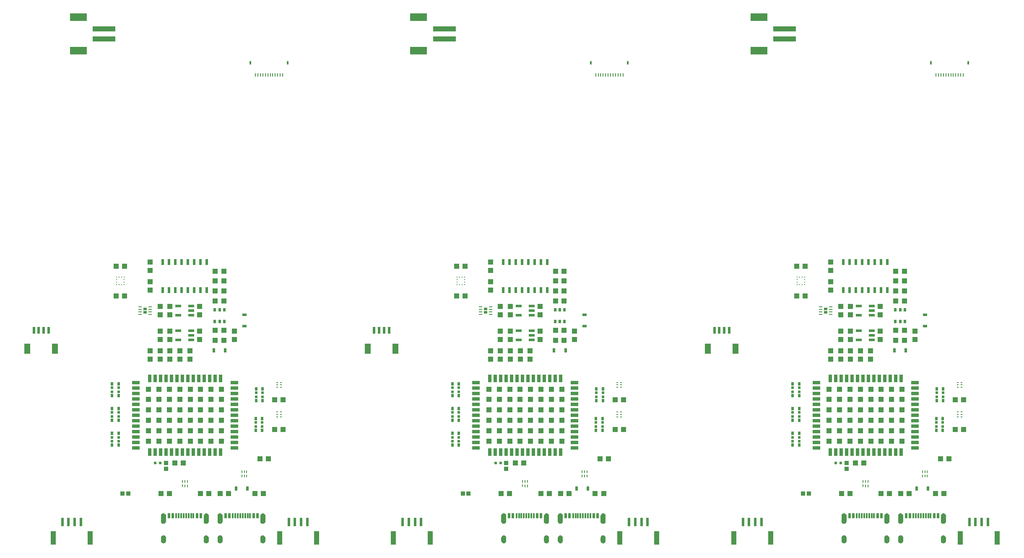
<source format=gtp>
G04 EAGLE Gerber RS-274X export*
G75*
%MOMM*%
%FSLAX34Y34*%
%LPD*%
%INSolderpaste Top*%
%IPPOS*%
%AMOC8*
5,1,8,0,0,1.08239X$1,22.5*%
G01*
%ADD10R,1.000000X1.100000*%
%ADD11R,1.200000X0.550000*%
%ADD12R,0.900000X0.850000*%
%ADD13R,1.100000X1.000000*%
%ADD14R,0.600000X0.600000*%
%ADD15R,0.300000X1.000000*%
%ADD16R,0.600000X1.000000*%
%ADD17R,0.250000X0.610000*%
%ADD18R,0.250000X0.560000*%
%ADD19R,4.600000X1.000000*%
%ADD20R,3.400000X1.600000*%
%ADD21R,0.600000X1.700000*%
%ADD22R,1.000000X2.700000*%
%ADD23R,0.630000X0.830000*%
%ADD24R,0.637500X0.250000*%
%ADD25R,0.640000X0.500000*%
%ADD26R,1.200000X2.000000*%
%ADD27R,0.600000X1.350000*%
%ADD28R,0.600000X1.200000*%
%ADD29R,0.550000X0.800000*%
%ADD30R,0.550000X0.500000*%
%ADD31R,0.830000X0.630000*%
%ADD32R,0.275000X0.250000*%
%ADD33R,0.250000X0.275000*%
%ADD34R,0.850000X0.900000*%
%ADD35R,0.400000X0.800000*%
%ADD36R,0.250000X0.650000*%
%ADD37R,0.440000X0.240000*%
%ADD38R,0.800000X1.500000*%
%ADD39R,1.500000X0.800000*%
%ADD40R,1.100000X1.100000*%

G36*
X1071688Y41864D02*
X1071688Y41864D01*
X1071689Y41864D01*
X1072757Y41883D01*
X1072764Y41888D01*
X1072768Y41884D01*
X1073805Y42141D01*
X1073810Y42147D01*
X1073816Y42144D01*
X1074770Y42625D01*
X1074774Y42632D01*
X1074779Y42631D01*
X1075603Y43312D01*
X1075604Y43320D01*
X1075610Y43320D01*
X1076261Y44167D01*
X1076261Y44175D01*
X1076267Y44176D01*
X1076714Y45147D01*
X1076712Y45155D01*
X1076717Y45157D01*
X1076936Y46203D01*
X1076933Y46210D01*
X1076937Y46213D01*
X1076937Y58213D01*
X1076934Y58218D01*
X1076937Y58221D01*
X1076757Y59316D01*
X1076751Y59322D01*
X1076754Y59327D01*
X1076335Y60355D01*
X1076328Y60359D01*
X1076330Y60364D01*
X1075693Y61273D01*
X1075685Y61276D01*
X1075685Y61281D01*
X1074862Y62026D01*
X1074854Y62026D01*
X1074853Y62032D01*
X1073885Y62574D01*
X1073876Y62573D01*
X1073874Y62579D01*
X1072810Y62892D01*
X1072805Y62890D01*
X1072801Y62890D01*
X1072799Y62894D01*
X1071691Y62962D01*
X1071685Y62958D01*
X1071681Y62962D01*
X1070573Y62792D01*
X1070567Y62786D01*
X1070562Y62789D01*
X1069520Y62377D01*
X1069516Y62370D01*
X1069511Y62372D01*
X1068586Y61738D01*
X1068584Y61731D01*
X1068578Y61731D01*
X1067818Y60908D01*
X1067817Y60900D01*
X1067811Y60899D01*
X1067254Y59927D01*
X1067255Y59919D01*
X1067249Y59917D01*
X1066922Y58845D01*
X1066925Y58838D01*
X1066920Y58834D01*
X1066839Y57717D01*
X1066840Y57714D01*
X1066839Y57713D01*
X1066839Y45713D01*
X1066844Y45707D01*
X1066840Y45702D01*
X1067059Y44758D01*
X1067065Y44753D01*
X1067063Y44747D01*
X1067487Y43875D01*
X1067494Y43872D01*
X1067492Y43866D01*
X1068099Y43110D01*
X1068107Y43108D01*
X1068107Y43103D01*
X1068867Y42501D01*
X1068876Y42501D01*
X1068877Y42495D01*
X1069752Y42078D01*
X1069760Y42079D01*
X1069762Y42074D01*
X1070708Y41862D01*
X1070715Y41865D01*
X1070719Y41861D01*
X1071688Y41864D01*
G37*
G36*
X1185988Y41864D02*
X1185988Y41864D01*
X1185989Y41864D01*
X1187057Y41883D01*
X1187064Y41888D01*
X1187068Y41884D01*
X1188105Y42141D01*
X1188110Y42147D01*
X1188116Y42144D01*
X1189070Y42625D01*
X1189074Y42632D01*
X1189079Y42631D01*
X1189903Y43312D01*
X1189904Y43320D01*
X1189910Y43320D01*
X1190561Y44167D01*
X1190561Y44175D01*
X1190567Y44176D01*
X1191014Y45147D01*
X1191012Y45155D01*
X1191017Y45157D01*
X1191236Y46203D01*
X1191233Y46210D01*
X1191237Y46213D01*
X1191237Y58213D01*
X1191234Y58218D01*
X1191237Y58221D01*
X1191057Y59316D01*
X1191051Y59322D01*
X1191054Y59327D01*
X1190635Y60355D01*
X1190628Y60359D01*
X1190630Y60364D01*
X1189993Y61273D01*
X1189985Y61276D01*
X1189985Y61281D01*
X1189162Y62026D01*
X1189154Y62026D01*
X1189153Y62032D01*
X1188185Y62574D01*
X1188176Y62573D01*
X1188174Y62579D01*
X1187110Y62892D01*
X1187105Y62890D01*
X1187101Y62890D01*
X1187099Y62894D01*
X1185991Y62962D01*
X1185985Y62958D01*
X1185981Y62962D01*
X1184873Y62792D01*
X1184867Y62786D01*
X1184862Y62789D01*
X1183820Y62377D01*
X1183816Y62370D01*
X1183811Y62372D01*
X1182886Y61738D01*
X1182884Y61731D01*
X1182878Y61731D01*
X1182118Y60908D01*
X1182117Y60900D01*
X1182111Y60899D01*
X1181554Y59927D01*
X1181555Y59919D01*
X1181549Y59917D01*
X1181222Y58845D01*
X1181225Y58838D01*
X1181220Y58834D01*
X1181139Y57717D01*
X1181140Y57714D01*
X1181139Y57713D01*
X1181139Y45713D01*
X1181144Y45707D01*
X1181140Y45702D01*
X1181359Y44758D01*
X1181365Y44753D01*
X1181363Y44747D01*
X1181787Y43875D01*
X1181794Y43872D01*
X1181792Y43866D01*
X1182399Y43110D01*
X1182407Y43108D01*
X1182407Y43103D01*
X1183167Y42501D01*
X1183176Y42501D01*
X1183177Y42495D01*
X1184052Y42078D01*
X1184060Y42079D01*
X1184062Y42074D01*
X1185008Y41862D01*
X1185015Y41865D01*
X1185019Y41861D01*
X1185988Y41864D01*
G37*
G36*
X384618Y41864D02*
X384618Y41864D01*
X384619Y41864D01*
X385687Y41883D01*
X385694Y41888D01*
X385698Y41884D01*
X386735Y42141D01*
X386740Y42147D01*
X386746Y42144D01*
X387700Y42625D01*
X387704Y42632D01*
X387709Y42631D01*
X388533Y43312D01*
X388534Y43320D01*
X388540Y43320D01*
X389191Y44167D01*
X389191Y44175D01*
X389197Y44176D01*
X389644Y45147D01*
X389642Y45155D01*
X389647Y45157D01*
X389866Y46203D01*
X389863Y46210D01*
X389867Y46213D01*
X389867Y58213D01*
X389864Y58218D01*
X389867Y58221D01*
X389687Y59316D01*
X389681Y59322D01*
X389684Y59327D01*
X389265Y60355D01*
X389258Y60359D01*
X389260Y60364D01*
X388623Y61273D01*
X388615Y61276D01*
X388615Y61281D01*
X387792Y62026D01*
X387784Y62026D01*
X387783Y62032D01*
X386815Y62574D01*
X386806Y62573D01*
X386804Y62579D01*
X385740Y62892D01*
X385735Y62890D01*
X385731Y62890D01*
X385729Y62894D01*
X384621Y62962D01*
X384615Y62958D01*
X384611Y62962D01*
X383503Y62792D01*
X383497Y62786D01*
X383492Y62789D01*
X382450Y62377D01*
X382446Y62370D01*
X382441Y62372D01*
X381516Y61738D01*
X381514Y61731D01*
X381508Y61731D01*
X380748Y60908D01*
X380747Y60900D01*
X380741Y60899D01*
X380184Y59927D01*
X380185Y59919D01*
X380179Y59917D01*
X379852Y58845D01*
X379855Y58838D01*
X379850Y58834D01*
X379769Y57717D01*
X379770Y57714D01*
X379769Y57713D01*
X379769Y45713D01*
X379774Y45707D01*
X379770Y45702D01*
X379989Y44758D01*
X379995Y44753D01*
X379993Y44747D01*
X380417Y43875D01*
X380424Y43872D01*
X380422Y43866D01*
X381029Y43110D01*
X381037Y43108D01*
X381037Y43103D01*
X381797Y42501D01*
X381806Y42501D01*
X381807Y42495D01*
X382682Y42078D01*
X382690Y42079D01*
X382692Y42074D01*
X383638Y41862D01*
X383645Y41865D01*
X383649Y41861D01*
X384618Y41864D01*
G37*
G36*
X1873058Y41864D02*
X1873058Y41864D01*
X1873059Y41864D01*
X1874127Y41883D01*
X1874134Y41888D01*
X1874138Y41884D01*
X1875175Y42141D01*
X1875180Y42147D01*
X1875186Y42144D01*
X1876140Y42625D01*
X1876144Y42632D01*
X1876149Y42631D01*
X1876973Y43312D01*
X1876974Y43320D01*
X1876980Y43320D01*
X1877631Y44167D01*
X1877631Y44175D01*
X1877637Y44176D01*
X1878084Y45147D01*
X1878082Y45155D01*
X1878087Y45157D01*
X1878306Y46203D01*
X1878303Y46210D01*
X1878307Y46213D01*
X1878307Y58213D01*
X1878304Y58218D01*
X1878307Y58221D01*
X1878127Y59316D01*
X1878121Y59322D01*
X1878124Y59327D01*
X1877705Y60355D01*
X1877698Y60359D01*
X1877700Y60364D01*
X1877063Y61273D01*
X1877055Y61276D01*
X1877055Y61281D01*
X1876232Y62026D01*
X1876224Y62026D01*
X1876223Y62032D01*
X1875255Y62574D01*
X1875246Y62573D01*
X1875244Y62579D01*
X1874180Y62892D01*
X1874175Y62890D01*
X1874171Y62890D01*
X1874169Y62894D01*
X1873061Y62962D01*
X1873055Y62958D01*
X1873051Y62962D01*
X1871943Y62792D01*
X1871937Y62786D01*
X1871932Y62789D01*
X1870890Y62377D01*
X1870886Y62370D01*
X1870881Y62372D01*
X1869956Y61738D01*
X1869954Y61731D01*
X1869948Y61731D01*
X1869188Y60908D01*
X1869187Y60900D01*
X1869181Y60899D01*
X1868624Y59927D01*
X1868625Y59919D01*
X1868619Y59917D01*
X1868292Y58845D01*
X1868295Y58838D01*
X1868290Y58834D01*
X1868209Y57717D01*
X1868210Y57714D01*
X1868209Y57713D01*
X1868209Y45713D01*
X1868214Y45707D01*
X1868210Y45702D01*
X1868429Y44758D01*
X1868435Y44753D01*
X1868433Y44747D01*
X1868857Y43875D01*
X1868864Y43872D01*
X1868862Y43866D01*
X1869469Y43110D01*
X1869477Y43108D01*
X1869477Y43103D01*
X1870237Y42501D01*
X1870246Y42501D01*
X1870247Y42495D01*
X1871122Y42078D01*
X1871130Y42079D01*
X1871132Y42074D01*
X1872078Y41862D01*
X1872085Y41865D01*
X1872089Y41861D01*
X1873058Y41864D01*
G37*
G36*
X498918Y41864D02*
X498918Y41864D01*
X498919Y41864D01*
X499987Y41883D01*
X499994Y41888D01*
X499998Y41884D01*
X501035Y42141D01*
X501040Y42147D01*
X501046Y42144D01*
X502000Y42625D01*
X502004Y42632D01*
X502009Y42631D01*
X502833Y43312D01*
X502834Y43320D01*
X502840Y43320D01*
X503491Y44167D01*
X503491Y44175D01*
X503497Y44176D01*
X503944Y45147D01*
X503942Y45155D01*
X503947Y45157D01*
X504166Y46203D01*
X504163Y46210D01*
X504167Y46213D01*
X504167Y58213D01*
X504164Y58218D01*
X504167Y58221D01*
X503987Y59316D01*
X503981Y59322D01*
X503984Y59327D01*
X503565Y60355D01*
X503558Y60359D01*
X503560Y60364D01*
X502923Y61273D01*
X502915Y61276D01*
X502915Y61281D01*
X502092Y62026D01*
X502084Y62026D01*
X502083Y62032D01*
X501115Y62574D01*
X501106Y62573D01*
X501104Y62579D01*
X500040Y62892D01*
X500035Y62890D01*
X500031Y62890D01*
X500029Y62894D01*
X498921Y62962D01*
X498915Y62958D01*
X498911Y62962D01*
X497803Y62792D01*
X497797Y62786D01*
X497792Y62789D01*
X496750Y62377D01*
X496746Y62370D01*
X496741Y62372D01*
X495816Y61738D01*
X495814Y61731D01*
X495808Y61731D01*
X495048Y60908D01*
X495047Y60900D01*
X495041Y60899D01*
X494484Y59927D01*
X494485Y59919D01*
X494479Y59917D01*
X494152Y58845D01*
X494155Y58838D01*
X494150Y58834D01*
X494069Y57717D01*
X494070Y57714D01*
X494069Y57713D01*
X494069Y45713D01*
X494074Y45707D01*
X494070Y45702D01*
X494289Y44758D01*
X494295Y44753D01*
X494293Y44747D01*
X494717Y43875D01*
X494724Y43872D01*
X494722Y43866D01*
X495329Y43110D01*
X495337Y43108D01*
X495337Y43103D01*
X496097Y42501D01*
X496106Y42501D01*
X496107Y42495D01*
X496982Y42078D01*
X496990Y42079D01*
X496992Y42074D01*
X497938Y41862D01*
X497945Y41865D01*
X497949Y41861D01*
X498918Y41864D01*
G37*
G36*
X1758758Y41864D02*
X1758758Y41864D01*
X1758759Y41864D01*
X1759827Y41883D01*
X1759834Y41888D01*
X1759838Y41884D01*
X1760875Y42141D01*
X1760880Y42147D01*
X1760886Y42144D01*
X1761840Y42625D01*
X1761844Y42632D01*
X1761849Y42631D01*
X1762673Y43312D01*
X1762674Y43320D01*
X1762680Y43320D01*
X1763331Y44167D01*
X1763331Y44175D01*
X1763337Y44176D01*
X1763784Y45147D01*
X1763782Y45155D01*
X1763787Y45157D01*
X1764006Y46203D01*
X1764003Y46210D01*
X1764007Y46213D01*
X1764007Y58213D01*
X1764004Y58218D01*
X1764007Y58221D01*
X1763827Y59316D01*
X1763821Y59322D01*
X1763824Y59327D01*
X1763405Y60355D01*
X1763398Y60359D01*
X1763400Y60364D01*
X1762763Y61273D01*
X1762755Y61276D01*
X1762755Y61281D01*
X1761932Y62026D01*
X1761924Y62026D01*
X1761923Y62032D01*
X1760955Y62574D01*
X1760946Y62573D01*
X1760944Y62579D01*
X1759880Y62892D01*
X1759875Y62890D01*
X1759871Y62890D01*
X1759869Y62894D01*
X1758761Y62962D01*
X1758755Y62958D01*
X1758751Y62962D01*
X1757643Y62792D01*
X1757637Y62786D01*
X1757632Y62789D01*
X1756590Y62377D01*
X1756586Y62370D01*
X1756581Y62372D01*
X1755656Y61738D01*
X1755654Y61731D01*
X1755648Y61731D01*
X1754888Y60908D01*
X1754887Y60900D01*
X1754881Y60899D01*
X1754324Y59927D01*
X1754325Y59919D01*
X1754319Y59917D01*
X1753992Y58845D01*
X1753995Y58838D01*
X1753990Y58834D01*
X1753909Y57717D01*
X1753910Y57714D01*
X1753909Y57713D01*
X1753909Y45713D01*
X1753914Y45707D01*
X1753910Y45702D01*
X1754129Y44758D01*
X1754135Y44753D01*
X1754133Y44747D01*
X1754557Y43875D01*
X1754564Y43872D01*
X1754562Y43866D01*
X1755169Y43110D01*
X1755177Y43108D01*
X1755177Y43103D01*
X1755937Y42501D01*
X1755946Y42501D01*
X1755947Y42495D01*
X1756822Y42078D01*
X1756830Y42079D01*
X1756832Y42074D01*
X1757778Y41862D01*
X1757785Y41865D01*
X1757789Y41861D01*
X1758758Y41864D01*
G37*
G36*
X299199Y41873D02*
X299199Y41873D01*
X299206Y41878D01*
X299210Y41874D01*
X300262Y42124D01*
X300267Y42130D01*
X300272Y42127D01*
X301242Y42604D01*
X301245Y42612D01*
X301251Y42610D01*
X302090Y43291D01*
X302092Y43299D01*
X302098Y43299D01*
X302764Y44150D01*
X302765Y44158D01*
X302770Y44159D01*
X303231Y45137D01*
X303229Y45145D01*
X303235Y45147D01*
X303466Y46203D01*
X303463Y46210D01*
X303467Y46213D01*
X303467Y58213D01*
X303463Y58218D01*
X303467Y58222D01*
X303274Y59327D01*
X303268Y59332D01*
X303271Y59337D01*
X302838Y60372D01*
X302831Y60376D01*
X302833Y60382D01*
X302180Y61294D01*
X302172Y61296D01*
X302173Y61302D01*
X301334Y62046D01*
X301325Y62047D01*
X301325Y62053D01*
X300341Y62591D01*
X300333Y62590D01*
X300331Y62596D01*
X299252Y62902D01*
X299244Y62899D01*
X299241Y62904D01*
X298121Y62962D01*
X298116Y62959D01*
X298113Y62962D01*
X297067Y62844D01*
X297061Y62839D01*
X297056Y62842D01*
X296062Y62494D01*
X296058Y62487D01*
X296053Y62489D01*
X295161Y61929D01*
X295159Y61922D01*
X295153Y61923D01*
X294409Y61178D01*
X294407Y61170D01*
X294402Y61170D01*
X293842Y60279D01*
X293842Y60271D01*
X293837Y60269D01*
X293489Y59275D01*
X293492Y59267D01*
X293487Y59265D01*
X293369Y58219D01*
X293371Y58215D01*
X293369Y58213D01*
X293369Y46213D01*
X293372Y46209D01*
X293369Y46206D01*
X293527Y45209D01*
X293533Y45203D01*
X293530Y45199D01*
X293905Y44262D01*
X293912Y44258D01*
X293910Y44253D01*
X294484Y43423D01*
X294492Y43421D01*
X294491Y43415D01*
X295235Y42734D01*
X295244Y42733D01*
X295244Y42727D01*
X296121Y42229D01*
X296130Y42230D01*
X296132Y42225D01*
X297097Y41934D01*
X297105Y41937D01*
X297108Y41932D01*
X298115Y41864D01*
X298117Y41866D01*
X298118Y41864D01*
X299199Y41873D01*
G37*
G36*
X1787639Y41873D02*
X1787639Y41873D01*
X1787646Y41878D01*
X1787650Y41874D01*
X1788702Y42124D01*
X1788707Y42130D01*
X1788712Y42127D01*
X1789682Y42604D01*
X1789685Y42612D01*
X1789691Y42610D01*
X1790530Y43291D01*
X1790532Y43299D01*
X1790538Y43299D01*
X1791204Y44150D01*
X1791205Y44158D01*
X1791210Y44159D01*
X1791671Y45137D01*
X1791669Y45145D01*
X1791675Y45147D01*
X1791906Y46203D01*
X1791903Y46210D01*
X1791907Y46213D01*
X1791907Y58213D01*
X1791903Y58218D01*
X1791907Y58222D01*
X1791714Y59327D01*
X1791708Y59332D01*
X1791711Y59337D01*
X1791278Y60372D01*
X1791271Y60376D01*
X1791273Y60382D01*
X1790620Y61294D01*
X1790612Y61296D01*
X1790613Y61302D01*
X1789774Y62046D01*
X1789765Y62047D01*
X1789765Y62053D01*
X1788781Y62591D01*
X1788773Y62590D01*
X1788771Y62596D01*
X1787692Y62902D01*
X1787684Y62899D01*
X1787681Y62904D01*
X1786561Y62962D01*
X1786556Y62959D01*
X1786553Y62962D01*
X1785507Y62844D01*
X1785501Y62839D01*
X1785496Y62842D01*
X1784502Y62494D01*
X1784498Y62487D01*
X1784493Y62489D01*
X1783601Y61929D01*
X1783599Y61922D01*
X1783593Y61923D01*
X1782849Y61178D01*
X1782847Y61170D01*
X1782842Y61170D01*
X1782282Y60279D01*
X1782282Y60271D01*
X1782277Y60269D01*
X1781929Y59275D01*
X1781932Y59267D01*
X1781927Y59265D01*
X1781809Y58219D01*
X1781811Y58215D01*
X1781809Y58213D01*
X1781809Y46213D01*
X1781812Y46209D01*
X1781809Y46206D01*
X1781967Y45209D01*
X1781973Y45203D01*
X1781970Y45199D01*
X1782345Y44262D01*
X1782352Y44258D01*
X1782350Y44253D01*
X1782924Y43423D01*
X1782932Y43421D01*
X1782931Y43415D01*
X1783675Y42734D01*
X1783684Y42733D01*
X1783684Y42727D01*
X1784561Y42229D01*
X1784570Y42230D01*
X1784572Y42225D01*
X1785537Y41934D01*
X1785545Y41937D01*
X1785548Y41932D01*
X1786555Y41864D01*
X1786557Y41866D01*
X1786558Y41864D01*
X1787639Y41873D01*
G37*
G36*
X1673339Y41873D02*
X1673339Y41873D01*
X1673346Y41878D01*
X1673350Y41874D01*
X1674402Y42124D01*
X1674407Y42130D01*
X1674412Y42127D01*
X1675382Y42604D01*
X1675385Y42612D01*
X1675391Y42610D01*
X1676230Y43291D01*
X1676232Y43299D01*
X1676238Y43299D01*
X1676904Y44150D01*
X1676905Y44158D01*
X1676910Y44159D01*
X1677371Y45137D01*
X1677369Y45145D01*
X1677375Y45147D01*
X1677606Y46203D01*
X1677603Y46210D01*
X1677607Y46213D01*
X1677607Y58213D01*
X1677603Y58218D01*
X1677607Y58222D01*
X1677414Y59327D01*
X1677408Y59332D01*
X1677411Y59337D01*
X1676978Y60372D01*
X1676971Y60376D01*
X1676973Y60382D01*
X1676320Y61294D01*
X1676312Y61296D01*
X1676313Y61302D01*
X1675474Y62046D01*
X1675465Y62047D01*
X1675465Y62053D01*
X1674481Y62591D01*
X1674473Y62590D01*
X1674471Y62596D01*
X1673392Y62902D01*
X1673384Y62899D01*
X1673381Y62904D01*
X1672261Y62962D01*
X1672256Y62959D01*
X1672253Y62962D01*
X1671207Y62844D01*
X1671201Y62839D01*
X1671196Y62842D01*
X1670202Y62494D01*
X1670198Y62487D01*
X1670193Y62489D01*
X1669301Y61929D01*
X1669299Y61922D01*
X1669293Y61923D01*
X1668549Y61178D01*
X1668547Y61170D01*
X1668542Y61170D01*
X1667982Y60279D01*
X1667982Y60271D01*
X1667977Y60269D01*
X1667629Y59275D01*
X1667632Y59267D01*
X1667627Y59265D01*
X1667509Y58219D01*
X1667511Y58215D01*
X1667509Y58213D01*
X1667509Y46213D01*
X1667512Y46209D01*
X1667509Y46206D01*
X1667667Y45209D01*
X1667673Y45203D01*
X1667670Y45199D01*
X1668045Y44262D01*
X1668052Y44258D01*
X1668050Y44253D01*
X1668624Y43423D01*
X1668632Y43421D01*
X1668631Y43415D01*
X1669375Y42734D01*
X1669384Y42733D01*
X1669384Y42727D01*
X1670261Y42229D01*
X1670270Y42230D01*
X1670272Y42225D01*
X1671237Y41934D01*
X1671245Y41937D01*
X1671248Y41932D01*
X1672255Y41864D01*
X1672257Y41866D01*
X1672258Y41864D01*
X1673339Y41873D01*
G37*
G36*
X986269Y41873D02*
X986269Y41873D01*
X986276Y41878D01*
X986280Y41874D01*
X987332Y42124D01*
X987337Y42130D01*
X987342Y42127D01*
X988312Y42604D01*
X988315Y42612D01*
X988321Y42610D01*
X989160Y43291D01*
X989162Y43299D01*
X989168Y43299D01*
X989834Y44150D01*
X989835Y44158D01*
X989840Y44159D01*
X990301Y45137D01*
X990299Y45145D01*
X990305Y45147D01*
X990536Y46203D01*
X990533Y46210D01*
X990537Y46213D01*
X990537Y58213D01*
X990533Y58218D01*
X990537Y58222D01*
X990344Y59327D01*
X990338Y59332D01*
X990341Y59337D01*
X989908Y60372D01*
X989901Y60376D01*
X989903Y60382D01*
X989250Y61294D01*
X989242Y61296D01*
X989243Y61302D01*
X988404Y62046D01*
X988395Y62047D01*
X988395Y62053D01*
X987411Y62591D01*
X987403Y62590D01*
X987401Y62596D01*
X986322Y62902D01*
X986314Y62899D01*
X986311Y62904D01*
X985191Y62962D01*
X985186Y62959D01*
X985183Y62962D01*
X984137Y62844D01*
X984131Y62839D01*
X984126Y62842D01*
X983132Y62494D01*
X983128Y62487D01*
X983123Y62489D01*
X982231Y61929D01*
X982229Y61922D01*
X982223Y61923D01*
X981479Y61178D01*
X981477Y61170D01*
X981472Y61170D01*
X980912Y60279D01*
X980912Y60271D01*
X980907Y60269D01*
X980559Y59275D01*
X980562Y59267D01*
X980557Y59265D01*
X980439Y58219D01*
X980441Y58215D01*
X980439Y58213D01*
X980439Y46213D01*
X980442Y46209D01*
X980439Y46206D01*
X980597Y45209D01*
X980603Y45203D01*
X980600Y45199D01*
X980975Y44262D01*
X980982Y44258D01*
X980980Y44253D01*
X981554Y43423D01*
X981562Y43421D01*
X981561Y43415D01*
X982305Y42734D01*
X982314Y42733D01*
X982314Y42727D01*
X983191Y42229D01*
X983200Y42230D01*
X983202Y42225D01*
X984167Y41934D01*
X984175Y41937D01*
X984178Y41932D01*
X985185Y41864D01*
X985187Y41866D01*
X985188Y41864D01*
X986269Y41873D01*
G37*
G36*
X1100569Y41873D02*
X1100569Y41873D01*
X1100576Y41878D01*
X1100580Y41874D01*
X1101632Y42124D01*
X1101637Y42130D01*
X1101642Y42127D01*
X1102612Y42604D01*
X1102615Y42612D01*
X1102621Y42610D01*
X1103460Y43291D01*
X1103462Y43299D01*
X1103468Y43299D01*
X1104134Y44150D01*
X1104135Y44158D01*
X1104140Y44159D01*
X1104601Y45137D01*
X1104599Y45145D01*
X1104605Y45147D01*
X1104836Y46203D01*
X1104833Y46210D01*
X1104837Y46213D01*
X1104837Y58213D01*
X1104833Y58218D01*
X1104837Y58222D01*
X1104644Y59327D01*
X1104638Y59332D01*
X1104641Y59337D01*
X1104208Y60372D01*
X1104201Y60376D01*
X1104203Y60382D01*
X1103550Y61294D01*
X1103542Y61296D01*
X1103543Y61302D01*
X1102704Y62046D01*
X1102695Y62047D01*
X1102695Y62053D01*
X1101711Y62591D01*
X1101703Y62590D01*
X1101701Y62596D01*
X1100622Y62902D01*
X1100614Y62899D01*
X1100611Y62904D01*
X1099491Y62962D01*
X1099486Y62959D01*
X1099483Y62962D01*
X1098437Y62844D01*
X1098431Y62839D01*
X1098426Y62842D01*
X1097432Y62494D01*
X1097428Y62487D01*
X1097423Y62489D01*
X1096531Y61929D01*
X1096529Y61922D01*
X1096523Y61923D01*
X1095779Y61178D01*
X1095777Y61170D01*
X1095772Y61170D01*
X1095212Y60279D01*
X1095212Y60271D01*
X1095207Y60269D01*
X1094859Y59275D01*
X1094862Y59267D01*
X1094857Y59265D01*
X1094739Y58219D01*
X1094741Y58215D01*
X1094739Y58213D01*
X1094739Y46213D01*
X1094742Y46209D01*
X1094739Y46206D01*
X1094897Y45209D01*
X1094903Y45203D01*
X1094900Y45199D01*
X1095275Y44262D01*
X1095282Y44258D01*
X1095280Y44253D01*
X1095854Y43423D01*
X1095862Y43421D01*
X1095861Y43415D01*
X1096605Y42734D01*
X1096614Y42733D01*
X1096614Y42727D01*
X1097491Y42229D01*
X1097500Y42230D01*
X1097502Y42225D01*
X1098467Y41934D01*
X1098475Y41937D01*
X1098478Y41932D01*
X1099485Y41864D01*
X1099487Y41866D01*
X1099488Y41864D01*
X1100569Y41873D01*
G37*
G36*
X413499Y41873D02*
X413499Y41873D01*
X413506Y41878D01*
X413510Y41874D01*
X414562Y42124D01*
X414567Y42130D01*
X414572Y42127D01*
X415542Y42604D01*
X415545Y42612D01*
X415551Y42610D01*
X416390Y43291D01*
X416392Y43299D01*
X416398Y43299D01*
X417064Y44150D01*
X417065Y44158D01*
X417070Y44159D01*
X417531Y45137D01*
X417529Y45145D01*
X417535Y45147D01*
X417766Y46203D01*
X417763Y46210D01*
X417767Y46213D01*
X417767Y58213D01*
X417763Y58218D01*
X417767Y58222D01*
X417574Y59327D01*
X417568Y59332D01*
X417571Y59337D01*
X417138Y60372D01*
X417131Y60376D01*
X417133Y60382D01*
X416480Y61294D01*
X416472Y61296D01*
X416473Y61302D01*
X415634Y62046D01*
X415625Y62047D01*
X415625Y62053D01*
X414641Y62591D01*
X414633Y62590D01*
X414631Y62596D01*
X413552Y62902D01*
X413544Y62899D01*
X413541Y62904D01*
X412421Y62962D01*
X412416Y62959D01*
X412413Y62962D01*
X411367Y62844D01*
X411361Y62839D01*
X411356Y62842D01*
X410362Y62494D01*
X410358Y62487D01*
X410353Y62489D01*
X409461Y61929D01*
X409459Y61922D01*
X409453Y61923D01*
X408709Y61178D01*
X408707Y61170D01*
X408702Y61170D01*
X408142Y60279D01*
X408142Y60271D01*
X408137Y60269D01*
X407789Y59275D01*
X407792Y59267D01*
X407787Y59265D01*
X407669Y58219D01*
X407671Y58215D01*
X407669Y58213D01*
X407669Y46213D01*
X407672Y46209D01*
X407669Y46206D01*
X407827Y45209D01*
X407833Y45203D01*
X407830Y45199D01*
X408205Y44262D01*
X408212Y44258D01*
X408210Y44253D01*
X408784Y43423D01*
X408792Y43421D01*
X408791Y43415D01*
X409535Y42734D01*
X409544Y42733D01*
X409544Y42727D01*
X410421Y42229D01*
X410430Y42230D01*
X410432Y42225D01*
X411397Y41934D01*
X411405Y41937D01*
X411408Y41932D01*
X412415Y41864D01*
X412417Y41866D01*
X412418Y41864D01*
X413499Y41873D01*
G37*
G36*
X1186492Y2368D02*
X1186492Y2368D01*
X1186495Y2364D01*
X1187571Y2519D01*
X1187576Y2525D01*
X1187581Y2522D01*
X1188595Y2913D01*
X1188599Y2920D01*
X1188605Y2918D01*
X1189507Y3524D01*
X1189509Y3532D01*
X1189515Y3531D01*
X1190259Y4323D01*
X1190260Y4331D01*
X1190266Y4332D01*
X1190815Y5269D01*
X1190814Y5277D01*
X1190820Y5279D01*
X1191147Y6315D01*
X1191144Y6323D01*
X1191149Y6326D01*
X1191237Y7409D01*
X1191235Y7412D01*
X1191237Y7413D01*
X1191237Y13413D01*
X1191234Y13417D01*
X1191237Y13420D01*
X1191087Y14552D01*
X1191081Y14558D01*
X1191084Y14563D01*
X1190686Y15633D01*
X1190679Y15638D01*
X1190681Y15643D01*
X1190054Y16598D01*
X1190046Y16601D01*
X1190047Y16607D01*
X1189224Y17398D01*
X1189216Y17399D01*
X1189215Y17405D01*
X1188236Y17994D01*
X1188228Y17993D01*
X1188226Y17998D01*
X1187141Y18354D01*
X1187133Y18352D01*
X1187130Y18357D01*
X1185993Y18462D01*
X1185984Y18457D01*
X1185979Y18462D01*
X1184842Y18255D01*
X1184836Y18249D01*
X1184831Y18251D01*
X1183769Y17797D01*
X1183765Y17789D01*
X1183759Y17791D01*
X1182824Y17111D01*
X1182822Y17103D01*
X1182816Y17104D01*
X1182056Y16233D01*
X1182056Y16225D01*
X1182050Y16224D01*
X1181503Y15206D01*
X1181504Y15198D01*
X1181499Y15195D01*
X1181495Y15182D01*
X1181482Y15133D01*
X1181481Y15133D01*
X1181482Y15133D01*
X1181468Y15084D01*
X1181454Y15035D01*
X1181454Y15034D01*
X1181441Y14985D01*
X1181427Y14936D01*
X1181414Y14887D01*
X1181400Y14838D01*
X1181400Y14837D01*
X1181387Y14788D01*
X1181373Y14739D01*
X1181359Y14690D01*
X1181346Y14641D01*
X1181346Y14640D01*
X1181332Y14591D01*
X1181319Y14542D01*
X1181305Y14493D01*
X1181292Y14444D01*
X1181292Y14443D01*
X1181278Y14394D01*
X1181265Y14345D01*
X1181264Y14345D01*
X1181251Y14296D01*
X1181237Y14247D01*
X1181192Y14081D01*
X1181195Y14073D01*
X1181190Y14070D01*
X1181139Y12915D01*
X1181140Y12914D01*
X1181139Y12913D01*
X1181139Y6913D01*
X1181143Y6908D01*
X1181140Y6904D01*
X1181352Y5823D01*
X1181358Y5818D01*
X1181355Y5813D01*
X1181802Y4807D01*
X1181809Y4803D01*
X1181807Y4797D01*
X1182467Y3916D01*
X1182475Y3914D01*
X1182475Y3908D01*
X1183314Y3195D01*
X1183322Y3195D01*
X1183323Y3189D01*
X1184300Y2681D01*
X1184308Y2683D01*
X1184310Y2677D01*
X1185375Y2399D01*
X1185383Y2403D01*
X1185386Y2398D01*
X1186487Y2364D01*
X1186492Y2368D01*
G37*
G36*
X1072192Y2368D02*
X1072192Y2368D01*
X1072195Y2364D01*
X1073271Y2519D01*
X1073276Y2525D01*
X1073281Y2522D01*
X1074295Y2913D01*
X1074299Y2920D01*
X1074305Y2918D01*
X1075207Y3524D01*
X1075209Y3532D01*
X1075215Y3531D01*
X1075959Y4323D01*
X1075960Y4331D01*
X1075966Y4332D01*
X1076515Y5269D01*
X1076514Y5277D01*
X1076520Y5279D01*
X1076847Y6315D01*
X1076844Y6323D01*
X1076849Y6326D01*
X1076937Y7409D01*
X1076935Y7412D01*
X1076937Y7413D01*
X1076937Y13413D01*
X1076934Y13417D01*
X1076937Y13420D01*
X1076787Y14552D01*
X1076781Y14558D01*
X1076784Y14563D01*
X1076386Y15633D01*
X1076379Y15638D01*
X1076381Y15643D01*
X1075754Y16598D01*
X1075746Y16601D01*
X1075747Y16607D01*
X1074924Y17398D01*
X1074916Y17399D01*
X1074915Y17405D01*
X1073936Y17994D01*
X1073928Y17993D01*
X1073926Y17998D01*
X1072841Y18354D01*
X1072833Y18352D01*
X1072830Y18357D01*
X1071693Y18462D01*
X1071684Y18457D01*
X1071679Y18462D01*
X1070542Y18255D01*
X1070536Y18249D01*
X1070531Y18251D01*
X1069469Y17797D01*
X1069465Y17789D01*
X1069459Y17791D01*
X1068524Y17111D01*
X1068522Y17103D01*
X1068516Y17104D01*
X1067756Y16233D01*
X1067756Y16225D01*
X1067750Y16224D01*
X1067203Y15206D01*
X1067204Y15198D01*
X1067199Y15195D01*
X1067195Y15182D01*
X1067182Y15133D01*
X1067181Y15133D01*
X1067182Y15133D01*
X1067168Y15084D01*
X1067154Y15035D01*
X1067154Y15034D01*
X1067141Y14985D01*
X1067127Y14936D01*
X1067114Y14887D01*
X1067100Y14838D01*
X1067100Y14837D01*
X1067087Y14788D01*
X1067073Y14739D01*
X1067059Y14690D01*
X1067046Y14641D01*
X1067046Y14640D01*
X1067032Y14591D01*
X1067019Y14542D01*
X1067005Y14493D01*
X1066992Y14444D01*
X1066992Y14443D01*
X1066978Y14394D01*
X1066965Y14345D01*
X1066964Y14345D01*
X1066951Y14296D01*
X1066937Y14247D01*
X1066892Y14081D01*
X1066895Y14073D01*
X1066890Y14070D01*
X1066839Y12915D01*
X1066840Y12914D01*
X1066839Y12913D01*
X1066839Y6913D01*
X1066843Y6908D01*
X1066840Y6904D01*
X1067052Y5823D01*
X1067058Y5818D01*
X1067055Y5813D01*
X1067502Y4807D01*
X1067509Y4803D01*
X1067507Y4797D01*
X1068167Y3916D01*
X1068175Y3914D01*
X1068175Y3908D01*
X1069014Y3195D01*
X1069022Y3195D01*
X1069023Y3189D01*
X1070000Y2681D01*
X1070008Y2683D01*
X1070010Y2677D01*
X1071075Y2399D01*
X1071083Y2403D01*
X1071086Y2398D01*
X1072187Y2364D01*
X1072192Y2368D01*
G37*
G36*
X385122Y2368D02*
X385122Y2368D01*
X385125Y2364D01*
X386201Y2519D01*
X386206Y2525D01*
X386211Y2522D01*
X387225Y2913D01*
X387229Y2920D01*
X387235Y2918D01*
X388137Y3524D01*
X388139Y3532D01*
X388145Y3531D01*
X388889Y4323D01*
X388890Y4331D01*
X388896Y4332D01*
X389445Y5269D01*
X389444Y5277D01*
X389450Y5279D01*
X389777Y6315D01*
X389774Y6323D01*
X389779Y6326D01*
X389867Y7409D01*
X389865Y7412D01*
X389867Y7413D01*
X389867Y13413D01*
X389864Y13417D01*
X389867Y13420D01*
X389717Y14552D01*
X389711Y14558D01*
X389714Y14563D01*
X389316Y15633D01*
X389309Y15638D01*
X389311Y15643D01*
X388684Y16598D01*
X388676Y16601D01*
X388677Y16607D01*
X387854Y17398D01*
X387846Y17399D01*
X387845Y17405D01*
X386866Y17994D01*
X386858Y17993D01*
X386856Y17998D01*
X385771Y18354D01*
X385763Y18352D01*
X385760Y18357D01*
X384623Y18462D01*
X384614Y18457D01*
X384609Y18462D01*
X383472Y18255D01*
X383466Y18249D01*
X383461Y18251D01*
X382399Y17797D01*
X382395Y17789D01*
X382389Y17791D01*
X381454Y17111D01*
X381452Y17103D01*
X381446Y17104D01*
X380686Y16233D01*
X380686Y16225D01*
X380680Y16224D01*
X380133Y15206D01*
X380134Y15198D01*
X380129Y15195D01*
X380125Y15182D01*
X380112Y15133D01*
X380111Y15133D01*
X380112Y15133D01*
X380098Y15084D01*
X380084Y15035D01*
X380084Y15034D01*
X380071Y14985D01*
X380057Y14936D01*
X380044Y14887D01*
X380030Y14838D01*
X380030Y14837D01*
X380017Y14788D01*
X380003Y14739D01*
X379989Y14690D01*
X379976Y14641D01*
X379976Y14640D01*
X379962Y14591D01*
X379949Y14542D01*
X379935Y14493D01*
X379922Y14444D01*
X379922Y14443D01*
X379908Y14394D01*
X379895Y14345D01*
X379894Y14345D01*
X379881Y14296D01*
X379867Y14247D01*
X379822Y14081D01*
X379825Y14073D01*
X379820Y14070D01*
X379769Y12915D01*
X379770Y12914D01*
X379769Y12913D01*
X379769Y6913D01*
X379773Y6908D01*
X379770Y6904D01*
X379982Y5823D01*
X379988Y5818D01*
X379985Y5813D01*
X380432Y4807D01*
X380439Y4803D01*
X380437Y4797D01*
X381097Y3916D01*
X381105Y3914D01*
X381105Y3908D01*
X381944Y3195D01*
X381952Y3195D01*
X381953Y3189D01*
X382930Y2681D01*
X382938Y2683D01*
X382940Y2677D01*
X384005Y2399D01*
X384013Y2403D01*
X384016Y2398D01*
X385117Y2364D01*
X385122Y2368D01*
G37*
G36*
X1759262Y2368D02*
X1759262Y2368D01*
X1759265Y2364D01*
X1760341Y2519D01*
X1760346Y2525D01*
X1760351Y2522D01*
X1761365Y2913D01*
X1761369Y2920D01*
X1761375Y2918D01*
X1762277Y3524D01*
X1762279Y3532D01*
X1762285Y3531D01*
X1763029Y4323D01*
X1763030Y4331D01*
X1763036Y4332D01*
X1763585Y5269D01*
X1763584Y5277D01*
X1763590Y5279D01*
X1763917Y6315D01*
X1763914Y6323D01*
X1763919Y6326D01*
X1764007Y7409D01*
X1764005Y7412D01*
X1764007Y7413D01*
X1764007Y13413D01*
X1764004Y13417D01*
X1764007Y13420D01*
X1763857Y14552D01*
X1763851Y14558D01*
X1763854Y14563D01*
X1763456Y15633D01*
X1763449Y15638D01*
X1763451Y15643D01*
X1762824Y16598D01*
X1762816Y16601D01*
X1762817Y16607D01*
X1761994Y17398D01*
X1761986Y17399D01*
X1761985Y17405D01*
X1761006Y17994D01*
X1760998Y17993D01*
X1760996Y17998D01*
X1759911Y18354D01*
X1759903Y18352D01*
X1759900Y18357D01*
X1758763Y18462D01*
X1758754Y18457D01*
X1758749Y18462D01*
X1757612Y18255D01*
X1757606Y18249D01*
X1757601Y18251D01*
X1756539Y17797D01*
X1756535Y17789D01*
X1756529Y17791D01*
X1755594Y17111D01*
X1755592Y17103D01*
X1755586Y17104D01*
X1754826Y16233D01*
X1754826Y16225D01*
X1754820Y16224D01*
X1754273Y15206D01*
X1754274Y15198D01*
X1754269Y15195D01*
X1754265Y15182D01*
X1754252Y15133D01*
X1754251Y15133D01*
X1754252Y15133D01*
X1754238Y15084D01*
X1754224Y15035D01*
X1754224Y15034D01*
X1754211Y14985D01*
X1754197Y14936D01*
X1754184Y14887D01*
X1754170Y14838D01*
X1754170Y14837D01*
X1754157Y14788D01*
X1754143Y14739D01*
X1754129Y14690D01*
X1754116Y14641D01*
X1754116Y14640D01*
X1754102Y14591D01*
X1754089Y14542D01*
X1754075Y14493D01*
X1754062Y14444D01*
X1754062Y14443D01*
X1754048Y14394D01*
X1754035Y14345D01*
X1754034Y14345D01*
X1754021Y14296D01*
X1754007Y14247D01*
X1753962Y14081D01*
X1753965Y14073D01*
X1753960Y14070D01*
X1753909Y12915D01*
X1753910Y12914D01*
X1753909Y12913D01*
X1753909Y6913D01*
X1753913Y6908D01*
X1753910Y6904D01*
X1754122Y5823D01*
X1754128Y5818D01*
X1754125Y5813D01*
X1754572Y4807D01*
X1754579Y4803D01*
X1754577Y4797D01*
X1755237Y3916D01*
X1755245Y3914D01*
X1755245Y3908D01*
X1756084Y3195D01*
X1756092Y3195D01*
X1756093Y3189D01*
X1757070Y2681D01*
X1757078Y2683D01*
X1757080Y2677D01*
X1758145Y2399D01*
X1758153Y2403D01*
X1758156Y2398D01*
X1759257Y2364D01*
X1759262Y2368D01*
G37*
G36*
X1873562Y2368D02*
X1873562Y2368D01*
X1873565Y2364D01*
X1874641Y2519D01*
X1874646Y2525D01*
X1874651Y2522D01*
X1875665Y2913D01*
X1875669Y2920D01*
X1875675Y2918D01*
X1876577Y3524D01*
X1876579Y3532D01*
X1876585Y3531D01*
X1877329Y4323D01*
X1877330Y4331D01*
X1877336Y4332D01*
X1877885Y5269D01*
X1877884Y5277D01*
X1877890Y5279D01*
X1878217Y6315D01*
X1878214Y6323D01*
X1878219Y6326D01*
X1878307Y7409D01*
X1878305Y7412D01*
X1878307Y7413D01*
X1878307Y13413D01*
X1878304Y13417D01*
X1878307Y13420D01*
X1878157Y14552D01*
X1878151Y14558D01*
X1878154Y14563D01*
X1877756Y15633D01*
X1877749Y15638D01*
X1877751Y15643D01*
X1877124Y16598D01*
X1877116Y16601D01*
X1877117Y16607D01*
X1876294Y17398D01*
X1876286Y17399D01*
X1876285Y17405D01*
X1875306Y17994D01*
X1875298Y17993D01*
X1875296Y17998D01*
X1874211Y18354D01*
X1874203Y18352D01*
X1874200Y18357D01*
X1873063Y18462D01*
X1873054Y18457D01*
X1873049Y18462D01*
X1871912Y18255D01*
X1871906Y18249D01*
X1871901Y18251D01*
X1870839Y17797D01*
X1870835Y17789D01*
X1870829Y17791D01*
X1869894Y17111D01*
X1869892Y17103D01*
X1869886Y17104D01*
X1869126Y16233D01*
X1869126Y16225D01*
X1869120Y16224D01*
X1868573Y15206D01*
X1868574Y15198D01*
X1868569Y15195D01*
X1868565Y15182D01*
X1868552Y15133D01*
X1868551Y15133D01*
X1868552Y15133D01*
X1868538Y15084D01*
X1868524Y15035D01*
X1868524Y15034D01*
X1868511Y14985D01*
X1868497Y14936D01*
X1868484Y14887D01*
X1868470Y14838D01*
X1868470Y14837D01*
X1868457Y14788D01*
X1868443Y14739D01*
X1868429Y14690D01*
X1868416Y14641D01*
X1868416Y14640D01*
X1868402Y14591D01*
X1868389Y14542D01*
X1868375Y14493D01*
X1868362Y14444D01*
X1868362Y14443D01*
X1868348Y14394D01*
X1868335Y14345D01*
X1868334Y14345D01*
X1868321Y14296D01*
X1868307Y14247D01*
X1868262Y14081D01*
X1868265Y14073D01*
X1868260Y14070D01*
X1868209Y12915D01*
X1868210Y12914D01*
X1868209Y12913D01*
X1868209Y6913D01*
X1868213Y6908D01*
X1868210Y6904D01*
X1868422Y5823D01*
X1868428Y5818D01*
X1868425Y5813D01*
X1868872Y4807D01*
X1868879Y4803D01*
X1868877Y4797D01*
X1869537Y3916D01*
X1869545Y3914D01*
X1869545Y3908D01*
X1870384Y3195D01*
X1870392Y3195D01*
X1870393Y3189D01*
X1871370Y2681D01*
X1871378Y2683D01*
X1871380Y2677D01*
X1872445Y2399D01*
X1872453Y2403D01*
X1872456Y2398D01*
X1873557Y2364D01*
X1873562Y2368D01*
G37*
G36*
X499422Y2368D02*
X499422Y2368D01*
X499425Y2364D01*
X500501Y2519D01*
X500506Y2525D01*
X500511Y2522D01*
X501525Y2913D01*
X501529Y2920D01*
X501535Y2918D01*
X502437Y3524D01*
X502439Y3532D01*
X502445Y3531D01*
X503189Y4323D01*
X503190Y4331D01*
X503196Y4332D01*
X503745Y5269D01*
X503744Y5277D01*
X503750Y5279D01*
X504077Y6315D01*
X504074Y6323D01*
X504079Y6326D01*
X504167Y7409D01*
X504165Y7412D01*
X504167Y7413D01*
X504167Y13413D01*
X504164Y13417D01*
X504167Y13420D01*
X504017Y14552D01*
X504011Y14558D01*
X504014Y14563D01*
X503616Y15633D01*
X503609Y15638D01*
X503611Y15643D01*
X502984Y16598D01*
X502976Y16601D01*
X502977Y16607D01*
X502154Y17398D01*
X502146Y17399D01*
X502145Y17405D01*
X501166Y17994D01*
X501158Y17993D01*
X501156Y17998D01*
X500071Y18354D01*
X500063Y18352D01*
X500060Y18357D01*
X498923Y18462D01*
X498914Y18457D01*
X498909Y18462D01*
X497772Y18255D01*
X497766Y18249D01*
X497761Y18251D01*
X496699Y17797D01*
X496695Y17789D01*
X496689Y17791D01*
X495754Y17111D01*
X495752Y17103D01*
X495746Y17104D01*
X494986Y16233D01*
X494986Y16225D01*
X494980Y16224D01*
X494433Y15206D01*
X494434Y15198D01*
X494429Y15195D01*
X494425Y15182D01*
X494412Y15133D01*
X494411Y15133D01*
X494412Y15133D01*
X494398Y15084D01*
X494384Y15035D01*
X494384Y15034D01*
X494371Y14985D01*
X494357Y14936D01*
X494344Y14887D01*
X494330Y14838D01*
X494330Y14837D01*
X494317Y14788D01*
X494303Y14739D01*
X494289Y14690D01*
X494276Y14641D01*
X494276Y14640D01*
X494262Y14591D01*
X494249Y14542D01*
X494235Y14493D01*
X494222Y14444D01*
X494222Y14443D01*
X494208Y14394D01*
X494195Y14345D01*
X494194Y14345D01*
X494181Y14296D01*
X494167Y14247D01*
X494122Y14081D01*
X494125Y14073D01*
X494120Y14070D01*
X494069Y12915D01*
X494070Y12914D01*
X494069Y12913D01*
X494069Y6913D01*
X494073Y6908D01*
X494070Y6904D01*
X494282Y5823D01*
X494288Y5818D01*
X494285Y5813D01*
X494732Y4807D01*
X494739Y4803D01*
X494737Y4797D01*
X495397Y3916D01*
X495405Y3914D01*
X495405Y3908D01*
X496244Y3195D01*
X496252Y3195D01*
X496253Y3189D01*
X497230Y2681D01*
X497238Y2683D01*
X497240Y2677D01*
X498305Y2399D01*
X498313Y2403D01*
X498316Y2398D01*
X499417Y2364D01*
X499422Y2368D01*
G37*
G36*
X412920Y2369D02*
X412920Y2369D01*
X412925Y2364D01*
X414012Y2509D01*
X414018Y2515D01*
X414023Y2512D01*
X415051Y2896D01*
X415056Y2903D01*
X415061Y2901D01*
X415978Y3503D01*
X415981Y3511D01*
X415987Y3510D01*
X416747Y4302D01*
X416748Y4310D01*
X416754Y4311D01*
X417318Y5252D01*
X417318Y5256D01*
X417319Y5256D01*
X417318Y5258D01*
X417317Y5260D01*
X417323Y5262D01*
X417664Y6305D01*
X417662Y6313D01*
X417666Y6316D01*
X417767Y7409D01*
X417765Y7412D01*
X417767Y7413D01*
X417767Y13413D01*
X417765Y13416D01*
X417767Y13418D01*
X417666Y14511D01*
X417661Y14517D01*
X417664Y14521D01*
X417323Y15564D01*
X417316Y15569D01*
X417318Y15574D01*
X416754Y16515D01*
X416746Y16518D01*
X416747Y16524D01*
X415987Y17316D01*
X415979Y17317D01*
X415978Y17323D01*
X415061Y17926D01*
X415053Y17925D01*
X415051Y17931D01*
X414023Y18314D01*
X414015Y18312D01*
X414012Y18317D01*
X412925Y18462D01*
X412917Y18458D01*
X412913Y18462D01*
X411776Y18357D01*
X411770Y18351D01*
X411765Y18354D01*
X410680Y17998D01*
X410675Y17992D01*
X410670Y17994D01*
X409691Y17405D01*
X409688Y17397D01*
X409682Y17398D01*
X408859Y16607D01*
X408858Y16599D01*
X408852Y16598D01*
X408225Y15643D01*
X408226Y15635D01*
X408220Y15633D01*
X407822Y14563D01*
X407824Y14555D01*
X407819Y14552D01*
X407669Y13420D01*
X407672Y13415D01*
X407669Y13413D01*
X407669Y7413D01*
X407672Y7409D01*
X407669Y7407D01*
X407819Y6274D01*
X407825Y6269D01*
X407822Y6264D01*
X408220Y5193D01*
X408227Y5189D01*
X408225Y5183D01*
X408852Y4228D01*
X408860Y4225D01*
X408859Y4220D01*
X409682Y3428D01*
X409690Y3427D01*
X409691Y3421D01*
X410670Y2833D01*
X410678Y2834D01*
X410680Y2828D01*
X411765Y2472D01*
X411773Y2475D01*
X411776Y2470D01*
X412913Y2364D01*
X412920Y2369D01*
G37*
G36*
X1787060Y2369D02*
X1787060Y2369D01*
X1787065Y2364D01*
X1788152Y2509D01*
X1788158Y2515D01*
X1788163Y2512D01*
X1789191Y2896D01*
X1789196Y2903D01*
X1789201Y2901D01*
X1790118Y3503D01*
X1790121Y3511D01*
X1790127Y3510D01*
X1790887Y4302D01*
X1790888Y4310D01*
X1790894Y4311D01*
X1791458Y5252D01*
X1791458Y5256D01*
X1791459Y5256D01*
X1791458Y5258D01*
X1791457Y5260D01*
X1791463Y5262D01*
X1791804Y6305D01*
X1791802Y6313D01*
X1791806Y6316D01*
X1791907Y7409D01*
X1791905Y7412D01*
X1791907Y7413D01*
X1791907Y13413D01*
X1791905Y13416D01*
X1791907Y13418D01*
X1791806Y14511D01*
X1791801Y14517D01*
X1791804Y14521D01*
X1791463Y15564D01*
X1791456Y15569D01*
X1791458Y15574D01*
X1790894Y16515D01*
X1790886Y16518D01*
X1790887Y16524D01*
X1790127Y17316D01*
X1790119Y17317D01*
X1790118Y17323D01*
X1789201Y17926D01*
X1789193Y17925D01*
X1789191Y17931D01*
X1788163Y18314D01*
X1788155Y18312D01*
X1788152Y18317D01*
X1787065Y18462D01*
X1787057Y18458D01*
X1787053Y18462D01*
X1785916Y18357D01*
X1785910Y18351D01*
X1785905Y18354D01*
X1784820Y17998D01*
X1784815Y17992D01*
X1784810Y17994D01*
X1783831Y17405D01*
X1783828Y17397D01*
X1783822Y17398D01*
X1782999Y16607D01*
X1782998Y16599D01*
X1782992Y16598D01*
X1782365Y15643D01*
X1782366Y15635D01*
X1782360Y15633D01*
X1781962Y14563D01*
X1781964Y14555D01*
X1781959Y14552D01*
X1781809Y13420D01*
X1781812Y13415D01*
X1781809Y13413D01*
X1781809Y7413D01*
X1781812Y7409D01*
X1781809Y7407D01*
X1781959Y6274D01*
X1781965Y6269D01*
X1781962Y6264D01*
X1782360Y5193D01*
X1782367Y5189D01*
X1782365Y5183D01*
X1782992Y4228D01*
X1783000Y4225D01*
X1782999Y4220D01*
X1783822Y3428D01*
X1783830Y3427D01*
X1783831Y3421D01*
X1784810Y2833D01*
X1784818Y2834D01*
X1784820Y2828D01*
X1785905Y2472D01*
X1785913Y2475D01*
X1785916Y2470D01*
X1787053Y2364D01*
X1787060Y2369D01*
G37*
G36*
X1099990Y2369D02*
X1099990Y2369D01*
X1099995Y2364D01*
X1101082Y2509D01*
X1101088Y2515D01*
X1101093Y2512D01*
X1102121Y2896D01*
X1102126Y2903D01*
X1102131Y2901D01*
X1103048Y3503D01*
X1103051Y3511D01*
X1103057Y3510D01*
X1103817Y4302D01*
X1103818Y4310D01*
X1103824Y4311D01*
X1104388Y5252D01*
X1104388Y5256D01*
X1104389Y5256D01*
X1104388Y5258D01*
X1104387Y5260D01*
X1104393Y5262D01*
X1104734Y6305D01*
X1104732Y6313D01*
X1104736Y6316D01*
X1104837Y7409D01*
X1104835Y7412D01*
X1104837Y7413D01*
X1104837Y13413D01*
X1104835Y13416D01*
X1104837Y13418D01*
X1104736Y14511D01*
X1104731Y14517D01*
X1104734Y14521D01*
X1104393Y15564D01*
X1104386Y15569D01*
X1104388Y15574D01*
X1103824Y16515D01*
X1103816Y16518D01*
X1103817Y16524D01*
X1103057Y17316D01*
X1103049Y17317D01*
X1103048Y17323D01*
X1102131Y17926D01*
X1102123Y17925D01*
X1102121Y17931D01*
X1101093Y18314D01*
X1101085Y18312D01*
X1101082Y18317D01*
X1099995Y18462D01*
X1099987Y18458D01*
X1099983Y18462D01*
X1098846Y18357D01*
X1098840Y18351D01*
X1098835Y18354D01*
X1097750Y17998D01*
X1097745Y17992D01*
X1097740Y17994D01*
X1096761Y17405D01*
X1096758Y17397D01*
X1096752Y17398D01*
X1095929Y16607D01*
X1095928Y16599D01*
X1095922Y16598D01*
X1095295Y15643D01*
X1095296Y15635D01*
X1095290Y15633D01*
X1094892Y14563D01*
X1094894Y14555D01*
X1094889Y14552D01*
X1094739Y13420D01*
X1094742Y13415D01*
X1094739Y13413D01*
X1094739Y7413D01*
X1094742Y7409D01*
X1094739Y7407D01*
X1094889Y6274D01*
X1094895Y6269D01*
X1094892Y6264D01*
X1095290Y5193D01*
X1095297Y5189D01*
X1095295Y5183D01*
X1095922Y4228D01*
X1095930Y4225D01*
X1095929Y4220D01*
X1096752Y3428D01*
X1096760Y3427D01*
X1096761Y3421D01*
X1097740Y2833D01*
X1097748Y2834D01*
X1097750Y2828D01*
X1098835Y2472D01*
X1098843Y2475D01*
X1098846Y2470D01*
X1099983Y2364D01*
X1099990Y2369D01*
G37*
G36*
X985690Y2369D02*
X985690Y2369D01*
X985695Y2364D01*
X986782Y2509D01*
X986788Y2515D01*
X986793Y2512D01*
X987821Y2896D01*
X987826Y2903D01*
X987831Y2901D01*
X988748Y3503D01*
X988751Y3511D01*
X988757Y3510D01*
X989517Y4302D01*
X989518Y4310D01*
X989524Y4311D01*
X990088Y5252D01*
X990088Y5256D01*
X990089Y5256D01*
X990088Y5258D01*
X990087Y5260D01*
X990093Y5262D01*
X990434Y6305D01*
X990432Y6313D01*
X990436Y6316D01*
X990537Y7409D01*
X990535Y7412D01*
X990537Y7413D01*
X990537Y13413D01*
X990535Y13416D01*
X990537Y13418D01*
X990436Y14511D01*
X990431Y14517D01*
X990434Y14521D01*
X990093Y15564D01*
X990086Y15569D01*
X990088Y15574D01*
X989524Y16515D01*
X989516Y16518D01*
X989517Y16524D01*
X988757Y17316D01*
X988749Y17317D01*
X988748Y17323D01*
X987831Y17926D01*
X987823Y17925D01*
X987821Y17931D01*
X986793Y18314D01*
X986785Y18312D01*
X986782Y18317D01*
X985695Y18462D01*
X985687Y18458D01*
X985683Y18462D01*
X984546Y18357D01*
X984540Y18351D01*
X984535Y18354D01*
X983450Y17998D01*
X983445Y17992D01*
X983440Y17994D01*
X982461Y17405D01*
X982458Y17397D01*
X982452Y17398D01*
X981629Y16607D01*
X981628Y16599D01*
X981622Y16598D01*
X980995Y15643D01*
X980996Y15635D01*
X980990Y15633D01*
X980592Y14563D01*
X980594Y14555D01*
X980589Y14552D01*
X980439Y13420D01*
X980442Y13415D01*
X980439Y13413D01*
X980439Y7413D01*
X980442Y7409D01*
X980439Y7407D01*
X980589Y6274D01*
X980595Y6269D01*
X980592Y6264D01*
X980990Y5193D01*
X980997Y5189D01*
X980995Y5183D01*
X981622Y4228D01*
X981630Y4225D01*
X981629Y4220D01*
X982452Y3428D01*
X982460Y3427D01*
X982461Y3421D01*
X983440Y2833D01*
X983448Y2834D01*
X983450Y2828D01*
X984535Y2472D01*
X984543Y2475D01*
X984546Y2470D01*
X985683Y2364D01*
X985690Y2369D01*
G37*
G36*
X1672760Y2369D02*
X1672760Y2369D01*
X1672765Y2364D01*
X1673852Y2509D01*
X1673858Y2515D01*
X1673863Y2512D01*
X1674891Y2896D01*
X1674896Y2903D01*
X1674901Y2901D01*
X1675818Y3503D01*
X1675821Y3511D01*
X1675827Y3510D01*
X1676587Y4302D01*
X1676588Y4310D01*
X1676594Y4311D01*
X1677158Y5252D01*
X1677158Y5256D01*
X1677159Y5256D01*
X1677158Y5258D01*
X1677157Y5260D01*
X1677163Y5262D01*
X1677504Y6305D01*
X1677502Y6313D01*
X1677506Y6316D01*
X1677607Y7409D01*
X1677605Y7412D01*
X1677607Y7413D01*
X1677607Y13413D01*
X1677605Y13416D01*
X1677607Y13418D01*
X1677506Y14511D01*
X1677501Y14517D01*
X1677504Y14521D01*
X1677163Y15564D01*
X1677156Y15569D01*
X1677158Y15574D01*
X1676594Y16515D01*
X1676586Y16518D01*
X1676587Y16524D01*
X1675827Y17316D01*
X1675819Y17317D01*
X1675818Y17323D01*
X1674901Y17926D01*
X1674893Y17925D01*
X1674891Y17931D01*
X1673863Y18314D01*
X1673855Y18312D01*
X1673852Y18317D01*
X1672765Y18462D01*
X1672757Y18458D01*
X1672753Y18462D01*
X1671616Y18357D01*
X1671610Y18351D01*
X1671605Y18354D01*
X1670520Y17998D01*
X1670515Y17992D01*
X1670510Y17994D01*
X1669531Y17405D01*
X1669528Y17397D01*
X1669522Y17398D01*
X1668699Y16607D01*
X1668698Y16599D01*
X1668692Y16598D01*
X1668065Y15643D01*
X1668066Y15635D01*
X1668060Y15633D01*
X1667662Y14563D01*
X1667664Y14555D01*
X1667659Y14552D01*
X1667509Y13420D01*
X1667512Y13415D01*
X1667509Y13413D01*
X1667509Y7413D01*
X1667512Y7409D01*
X1667509Y7407D01*
X1667659Y6274D01*
X1667665Y6269D01*
X1667662Y6264D01*
X1668060Y5193D01*
X1668067Y5189D01*
X1668065Y5183D01*
X1668692Y4228D01*
X1668700Y4225D01*
X1668699Y4220D01*
X1669522Y3428D01*
X1669530Y3427D01*
X1669531Y3421D01*
X1670510Y2833D01*
X1670518Y2834D01*
X1670520Y2828D01*
X1671605Y2472D01*
X1671613Y2475D01*
X1671616Y2470D01*
X1672753Y2364D01*
X1672760Y2369D01*
G37*
G36*
X298620Y2369D02*
X298620Y2369D01*
X298625Y2364D01*
X299712Y2509D01*
X299718Y2515D01*
X299723Y2512D01*
X300751Y2896D01*
X300756Y2903D01*
X300761Y2901D01*
X301678Y3503D01*
X301681Y3511D01*
X301687Y3510D01*
X302447Y4302D01*
X302448Y4310D01*
X302454Y4311D01*
X303018Y5252D01*
X303018Y5256D01*
X303019Y5256D01*
X303018Y5258D01*
X303017Y5260D01*
X303023Y5262D01*
X303364Y6305D01*
X303362Y6313D01*
X303366Y6316D01*
X303467Y7409D01*
X303465Y7412D01*
X303467Y7413D01*
X303467Y13413D01*
X303465Y13416D01*
X303467Y13418D01*
X303366Y14511D01*
X303361Y14517D01*
X303364Y14521D01*
X303023Y15564D01*
X303016Y15569D01*
X303018Y15574D01*
X302454Y16515D01*
X302446Y16518D01*
X302447Y16524D01*
X301687Y17316D01*
X301679Y17317D01*
X301678Y17323D01*
X300761Y17926D01*
X300753Y17925D01*
X300751Y17931D01*
X299723Y18314D01*
X299715Y18312D01*
X299712Y18317D01*
X298625Y18462D01*
X298617Y18458D01*
X298613Y18462D01*
X297476Y18357D01*
X297470Y18351D01*
X297465Y18354D01*
X296380Y17998D01*
X296375Y17992D01*
X296370Y17994D01*
X295391Y17405D01*
X295388Y17397D01*
X295382Y17398D01*
X294559Y16607D01*
X294558Y16599D01*
X294552Y16598D01*
X293925Y15643D01*
X293926Y15635D01*
X293920Y15633D01*
X293522Y14563D01*
X293524Y14555D01*
X293519Y14552D01*
X293369Y13420D01*
X293372Y13415D01*
X293369Y13413D01*
X293369Y7413D01*
X293372Y7409D01*
X293369Y7407D01*
X293519Y6274D01*
X293525Y6269D01*
X293522Y6264D01*
X293920Y5193D01*
X293927Y5189D01*
X293925Y5183D01*
X294552Y4228D01*
X294560Y4225D01*
X294559Y4220D01*
X295382Y3428D01*
X295390Y3427D01*
X295391Y3421D01*
X296370Y2833D01*
X296378Y2834D01*
X296380Y2828D01*
X297465Y2472D01*
X297473Y2475D01*
X297476Y2470D01*
X298613Y2364D01*
X298620Y2369D01*
G37*
D10*
X311618Y414243D03*
X311618Y431243D03*
X291618Y431243D03*
X291618Y414243D03*
D11*
X354619Y413243D03*
X354619Y422743D03*
X354619Y432243D03*
X328617Y432243D03*
X328617Y413243D03*
D10*
X371618Y414243D03*
X371618Y431243D03*
X271618Y391243D03*
X271618Y374243D03*
X291618Y391243D03*
X291618Y374243D03*
D12*
X303518Y164403D03*
X303518Y152803D03*
D13*
X321688Y164953D03*
X338688Y164953D03*
D10*
X331618Y391243D03*
X331618Y374243D03*
D14*
X282008Y164953D03*
X292008Y164953D03*
D13*
X390118Y102743D03*
X373118Y102743D03*
X293118Y102743D03*
X310118Y102743D03*
D15*
X349118Y58013D03*
X344118Y58013D03*
D16*
X373868Y58013D03*
X366118Y58013D03*
D15*
X359118Y58013D03*
X354118Y58013D03*
X334118Y58013D03*
X339118Y58013D03*
D16*
X309368Y58013D03*
X317118Y58013D03*
D15*
X324118Y58013D03*
X329118Y58013D03*
D10*
X351618Y374243D03*
X351618Y391243D03*
X311618Y391243D03*
X311618Y374243D03*
D17*
X336618Y118693D03*
D18*
X341618Y118443D03*
X346618Y118443D03*
X346618Y127043D03*
X341618Y127043D03*
X336618Y127043D03*
D19*
X178618Y1022743D03*
X178618Y1042743D03*
D20*
X126618Y998743D03*
X126618Y1066743D03*
D15*
X463418Y58013D03*
X458418Y58013D03*
D16*
X488168Y58013D03*
X480418Y58013D03*
D15*
X473418Y58013D03*
X468418Y58013D03*
X448418Y58013D03*
X453418Y58013D03*
D16*
X423668Y58013D03*
X431418Y58013D03*
D15*
X438418Y58013D03*
X443418Y58013D03*
D13*
X500118Y102743D03*
X483118Y102743D03*
X413118Y102743D03*
X430118Y102743D03*
D21*
X94268Y44883D03*
D22*
X150268Y12883D03*
X75768Y12883D03*
D21*
X106768Y44883D03*
X119268Y44883D03*
X131768Y44883D03*
X551468Y44883D03*
D22*
X607468Y12883D03*
X532968Y12883D03*
D21*
X563968Y44883D03*
X576468Y44883D03*
X588968Y44883D03*
D13*
X510118Y172743D03*
X493118Y172743D03*
D23*
X468118Y112743D03*
X445118Y112743D03*
D24*
X271806Y465243D03*
X251431Y470243D03*
X251431Y465243D03*
X251431Y475243D03*
X251431Y480243D03*
X271806Y470243D03*
X271806Y475243D03*
X271806Y480243D03*
D25*
X261618Y476143D03*
X261618Y469343D03*
D10*
X291618Y464243D03*
X291618Y481243D03*
D11*
X354619Y463243D03*
X354619Y472743D03*
X354619Y482243D03*
X328617Y482243D03*
X328617Y463243D03*
D10*
X371618Y464243D03*
X371618Y481243D03*
X311618Y464243D03*
X311618Y481243D03*
D17*
X456618Y138693D03*
D18*
X461618Y138443D03*
X466618Y138443D03*
X466618Y147043D03*
X461618Y147043D03*
X456618Y147043D03*
D26*
X23618Y395993D03*
X79618Y395993D03*
D27*
X36618Y432743D03*
X46618Y432743D03*
X56618Y432743D03*
X66618Y432743D03*
D28*
X297168Y514743D03*
X309868Y514743D03*
X322568Y514743D03*
X335268Y514743D03*
X347968Y514743D03*
X360668Y514743D03*
X373368Y514743D03*
X386068Y514743D03*
X386068Y570743D03*
X373368Y570743D03*
X360668Y570743D03*
X347968Y570743D03*
X335268Y570743D03*
X322568Y570743D03*
X309868Y570743D03*
X297168Y570743D03*
D10*
X271618Y571243D03*
X271618Y554243D03*
X271618Y514243D03*
X271618Y531243D03*
D29*
X207818Y300743D03*
D30*
X207818Y308743D03*
X207818Y316743D03*
D29*
X207818Y324743D03*
X194818Y324743D03*
D30*
X194818Y316743D03*
X194818Y308743D03*
D29*
X194818Y300743D03*
X207818Y250743D03*
D30*
X207818Y258743D03*
X207818Y266743D03*
D29*
X207818Y274743D03*
X194818Y274743D03*
D30*
X194818Y266743D03*
X194818Y258743D03*
D29*
X194818Y250743D03*
X207818Y200743D03*
D30*
X207818Y208743D03*
X207818Y216743D03*
D29*
X207818Y224743D03*
X194818Y224743D03*
D30*
X194818Y216743D03*
X194818Y208743D03*
D29*
X194818Y200743D03*
X421118Y474743D03*
X411618Y474743D03*
X402118Y474743D03*
X402118Y450743D03*
X421118Y450743D03*
X411618Y450743D03*
D13*
X403118Y432743D03*
X420118Y432743D03*
X420118Y412743D03*
X403118Y412743D03*
D10*
X441618Y431243D03*
X441618Y414243D03*
D23*
X400118Y392743D03*
X423118Y392743D03*
D13*
X403118Y492743D03*
X420118Y492743D03*
X420118Y552743D03*
X403118Y552743D03*
X403118Y512743D03*
X420118Y512743D03*
X420118Y532743D03*
X403118Y532743D03*
D31*
X461618Y464243D03*
X461618Y441243D03*
D32*
X219118Y530243D03*
X219118Y535243D03*
X204118Y535243D03*
X204118Y530243D03*
D33*
X204118Y525243D03*
X209118Y525243D03*
X219118Y525243D03*
X214118Y525243D03*
X219118Y540243D03*
X214118Y540243D03*
X209118Y540243D03*
X204118Y540243D03*
D13*
X220118Y562743D03*
X203118Y562743D03*
X203118Y502743D03*
X220118Y502743D03*
D34*
X227418Y102743D03*
X215818Y102743D03*
D35*
X549118Y974243D03*
D36*
X539118Y949243D03*
X534118Y949243D03*
D35*
X474118Y974243D03*
D36*
X529118Y949243D03*
X524118Y949243D03*
X519118Y949243D03*
X514118Y949243D03*
X509118Y949243D03*
X504118Y949243D03*
X499118Y949243D03*
X494118Y949243D03*
X489118Y949243D03*
X484118Y949243D03*
D13*
X523118Y292743D03*
X540118Y292743D03*
X523118Y232743D03*
X540118Y232743D03*
D37*
X527828Y257663D03*
X527828Y262663D03*
X527828Y267663D03*
X535428Y257663D03*
X535428Y262663D03*
X535428Y267663D03*
X527828Y317663D03*
X527828Y322663D03*
X527828Y327663D03*
X535428Y317663D03*
X535428Y322663D03*
X535428Y327663D03*
D38*
X270498Y186543D03*
X281498Y186543D03*
X292498Y186543D03*
X303498Y186543D03*
X314498Y186543D03*
X325498Y186543D03*
X336498Y186543D03*
X347498Y186543D03*
X358498Y186543D03*
X369498Y186543D03*
X380498Y186543D03*
X391498Y186543D03*
X402498Y186543D03*
X413498Y186543D03*
X270498Y336043D03*
X281498Y336043D03*
X292498Y336043D03*
X303498Y336043D03*
X314498Y336043D03*
X325498Y336043D03*
X336498Y336043D03*
X347498Y336043D03*
X358498Y336043D03*
X369498Y336043D03*
X380498Y336043D03*
X391498Y336043D03*
X402498Y336043D03*
X413498Y336043D03*
D39*
X441498Y195043D03*
X441498Y206043D03*
X441498Y217043D03*
X441498Y228043D03*
X441498Y239043D03*
X441498Y250043D03*
X441498Y261043D03*
X441498Y272043D03*
X441498Y283043D03*
X441498Y294043D03*
X441498Y305043D03*
X441498Y316043D03*
X441498Y327043D03*
X242498Y327043D03*
X242498Y316043D03*
X242498Y305043D03*
X242498Y294043D03*
X242498Y283043D03*
X242498Y272043D03*
X242498Y261043D03*
X242498Y250043D03*
X242498Y239043D03*
X242498Y228043D03*
X242498Y217043D03*
X242498Y206043D03*
X242498Y195043D03*
D40*
X268498Y209043D03*
X289498Y209043D03*
X310498Y209043D03*
X331498Y209043D03*
X352498Y209043D03*
X373498Y209043D03*
X394498Y209043D03*
X415498Y209043D03*
X415498Y230043D03*
X394498Y230043D03*
X373498Y230043D03*
X352498Y230043D03*
X331498Y230043D03*
X310498Y230043D03*
X289498Y230043D03*
X268498Y230043D03*
X268498Y251043D03*
X289498Y251043D03*
X310498Y251043D03*
X331498Y251043D03*
X352498Y251043D03*
X373498Y251043D03*
X394498Y251043D03*
X415498Y251043D03*
X415498Y272043D03*
X394498Y272043D03*
X373498Y272043D03*
X352498Y272043D03*
X331498Y272043D03*
X310498Y272043D03*
X289498Y272043D03*
X268498Y272043D03*
X268498Y293043D03*
X289498Y293043D03*
X310498Y293043D03*
X331498Y293043D03*
X352498Y293043D03*
X373498Y293043D03*
X394498Y293043D03*
X415498Y293043D03*
X415498Y314043D03*
X394498Y314043D03*
X373498Y314043D03*
X352498Y314043D03*
X331498Y314043D03*
X310498Y314043D03*
X289498Y314043D03*
X268498Y314043D03*
D29*
X497818Y230743D03*
D30*
X497818Y238743D03*
X497818Y246743D03*
D29*
X497818Y254743D03*
X484818Y254743D03*
D30*
X484818Y246743D03*
X484818Y238743D03*
D29*
X484818Y230743D03*
X485418Y314743D03*
D30*
X485418Y306743D03*
X485418Y298743D03*
D29*
X485418Y290743D03*
X498418Y290743D03*
D30*
X498418Y298743D03*
X498418Y306743D03*
D29*
X498418Y314743D03*
D10*
X998688Y414243D03*
X998688Y431243D03*
X978688Y431243D03*
X978688Y414243D03*
D11*
X1041689Y413243D03*
X1041689Y422743D03*
X1041689Y432243D03*
X1015687Y432243D03*
X1015687Y413243D03*
D10*
X1058688Y414243D03*
X1058688Y431243D03*
X958688Y391243D03*
X958688Y374243D03*
X978688Y391243D03*
X978688Y374243D03*
D12*
X990588Y164403D03*
X990588Y152803D03*
D13*
X1008758Y164953D03*
X1025758Y164953D03*
D10*
X1018688Y391243D03*
X1018688Y374243D03*
D14*
X969078Y164953D03*
X979078Y164953D03*
D13*
X1077188Y102743D03*
X1060188Y102743D03*
X980188Y102743D03*
X997188Y102743D03*
D15*
X1036188Y58013D03*
X1031188Y58013D03*
D16*
X1060938Y58013D03*
X1053188Y58013D03*
D15*
X1046188Y58013D03*
X1041188Y58013D03*
X1021188Y58013D03*
X1026188Y58013D03*
D16*
X996438Y58013D03*
X1004188Y58013D03*
D15*
X1011188Y58013D03*
X1016188Y58013D03*
D10*
X1038688Y374243D03*
X1038688Y391243D03*
X998688Y391243D03*
X998688Y374243D03*
D17*
X1023688Y118693D03*
D18*
X1028688Y118443D03*
X1033688Y118443D03*
X1033688Y127043D03*
X1028688Y127043D03*
X1023688Y127043D03*
D19*
X865688Y1022743D03*
X865688Y1042743D03*
D20*
X813688Y998743D03*
X813688Y1066743D03*
D15*
X1150488Y58013D03*
X1145488Y58013D03*
D16*
X1175238Y58013D03*
X1167488Y58013D03*
D15*
X1160488Y58013D03*
X1155488Y58013D03*
X1135488Y58013D03*
X1140488Y58013D03*
D16*
X1110738Y58013D03*
X1118488Y58013D03*
D15*
X1125488Y58013D03*
X1130488Y58013D03*
D13*
X1187188Y102743D03*
X1170188Y102743D03*
X1100188Y102743D03*
X1117188Y102743D03*
D21*
X781338Y44883D03*
D22*
X837338Y12883D03*
X762838Y12883D03*
D21*
X793838Y44883D03*
X806338Y44883D03*
X818838Y44883D03*
X1238538Y44883D03*
D22*
X1294538Y12883D03*
X1220038Y12883D03*
D21*
X1251038Y44883D03*
X1263538Y44883D03*
X1276038Y44883D03*
D13*
X1197188Y172743D03*
X1180188Y172743D03*
D23*
X1155188Y112743D03*
X1132188Y112743D03*
D24*
X958876Y465243D03*
X938501Y470243D03*
X938501Y465243D03*
X938501Y475243D03*
X938501Y480243D03*
X958876Y470243D03*
X958876Y475243D03*
X958876Y480243D03*
D25*
X948688Y476143D03*
X948688Y469343D03*
D10*
X978688Y464243D03*
X978688Y481243D03*
D11*
X1041689Y463243D03*
X1041689Y472743D03*
X1041689Y482243D03*
X1015687Y482243D03*
X1015687Y463243D03*
D10*
X1058688Y464243D03*
X1058688Y481243D03*
X998688Y464243D03*
X998688Y481243D03*
D17*
X1143688Y138693D03*
D18*
X1148688Y138443D03*
X1153688Y138443D03*
X1153688Y147043D03*
X1148688Y147043D03*
X1143688Y147043D03*
D26*
X710688Y395993D03*
X766688Y395993D03*
D27*
X723688Y432743D03*
X733688Y432743D03*
X743688Y432743D03*
X753688Y432743D03*
D28*
X984238Y514743D03*
X996938Y514743D03*
X1009638Y514743D03*
X1022338Y514743D03*
X1035038Y514743D03*
X1047738Y514743D03*
X1060438Y514743D03*
X1073138Y514743D03*
X1073138Y570743D03*
X1060438Y570743D03*
X1047738Y570743D03*
X1035038Y570743D03*
X1022338Y570743D03*
X1009638Y570743D03*
X996938Y570743D03*
X984238Y570743D03*
D10*
X958688Y571243D03*
X958688Y554243D03*
X958688Y514243D03*
X958688Y531243D03*
D29*
X894888Y300743D03*
D30*
X894888Y308743D03*
X894888Y316743D03*
D29*
X894888Y324743D03*
X881888Y324743D03*
D30*
X881888Y316743D03*
X881888Y308743D03*
D29*
X881888Y300743D03*
X894888Y250743D03*
D30*
X894888Y258743D03*
X894888Y266743D03*
D29*
X894888Y274743D03*
X881888Y274743D03*
D30*
X881888Y266743D03*
X881888Y258743D03*
D29*
X881888Y250743D03*
X894888Y200743D03*
D30*
X894888Y208743D03*
X894888Y216743D03*
D29*
X894888Y224743D03*
X881888Y224743D03*
D30*
X881888Y216743D03*
X881888Y208743D03*
D29*
X881888Y200743D03*
X1108188Y474743D03*
X1098688Y474743D03*
X1089188Y474743D03*
X1089188Y450743D03*
X1108188Y450743D03*
X1098688Y450743D03*
D13*
X1090188Y432743D03*
X1107188Y432743D03*
X1107188Y412743D03*
X1090188Y412743D03*
D10*
X1128688Y431243D03*
X1128688Y414243D03*
D23*
X1087188Y392743D03*
X1110188Y392743D03*
D13*
X1090188Y492743D03*
X1107188Y492743D03*
X1107188Y552743D03*
X1090188Y552743D03*
X1090188Y512743D03*
X1107188Y512743D03*
X1107188Y532743D03*
X1090188Y532743D03*
D31*
X1148688Y464243D03*
X1148688Y441243D03*
D32*
X906188Y530243D03*
X906188Y535243D03*
X891188Y535243D03*
X891188Y530243D03*
D33*
X891188Y525243D03*
X896188Y525243D03*
X906188Y525243D03*
X901188Y525243D03*
X906188Y540243D03*
X901188Y540243D03*
X896188Y540243D03*
X891188Y540243D03*
D13*
X907188Y562743D03*
X890188Y562743D03*
X890188Y502743D03*
X907188Y502743D03*
D34*
X914488Y102743D03*
X902888Y102743D03*
D35*
X1236188Y974243D03*
D36*
X1226188Y949243D03*
X1221188Y949243D03*
D35*
X1161188Y974243D03*
D36*
X1216188Y949243D03*
X1211188Y949243D03*
X1206188Y949243D03*
X1201188Y949243D03*
X1196188Y949243D03*
X1191188Y949243D03*
X1186188Y949243D03*
X1181188Y949243D03*
X1176188Y949243D03*
X1171188Y949243D03*
D13*
X1210188Y292743D03*
X1227188Y292743D03*
X1210188Y232743D03*
X1227188Y232743D03*
D37*
X1214898Y257663D03*
X1214898Y262663D03*
X1214898Y267663D03*
X1222498Y257663D03*
X1222498Y262663D03*
X1222498Y267663D03*
X1214898Y317663D03*
X1214898Y322663D03*
X1214898Y327663D03*
X1222498Y317663D03*
X1222498Y322663D03*
X1222498Y327663D03*
D38*
X957568Y186543D03*
X968568Y186543D03*
X979568Y186543D03*
X990568Y186543D03*
X1001568Y186543D03*
X1012568Y186543D03*
X1023568Y186543D03*
X1034568Y186543D03*
X1045568Y186543D03*
X1056568Y186543D03*
X1067568Y186543D03*
X1078568Y186543D03*
X1089568Y186543D03*
X1100568Y186543D03*
X957568Y336043D03*
X968568Y336043D03*
X979568Y336043D03*
X990568Y336043D03*
X1001568Y336043D03*
X1012568Y336043D03*
X1023568Y336043D03*
X1034568Y336043D03*
X1045568Y336043D03*
X1056568Y336043D03*
X1067568Y336043D03*
X1078568Y336043D03*
X1089568Y336043D03*
X1100568Y336043D03*
D39*
X1128568Y195043D03*
X1128568Y206043D03*
X1128568Y217043D03*
X1128568Y228043D03*
X1128568Y239043D03*
X1128568Y250043D03*
X1128568Y261043D03*
X1128568Y272043D03*
X1128568Y283043D03*
X1128568Y294043D03*
X1128568Y305043D03*
X1128568Y316043D03*
X1128568Y327043D03*
X929568Y327043D03*
X929568Y316043D03*
X929568Y305043D03*
X929568Y294043D03*
X929568Y283043D03*
X929568Y272043D03*
X929568Y261043D03*
X929568Y250043D03*
X929568Y239043D03*
X929568Y228043D03*
X929568Y217043D03*
X929568Y206043D03*
X929568Y195043D03*
D40*
X955568Y209043D03*
X976568Y209043D03*
X997568Y209043D03*
X1018568Y209043D03*
X1039568Y209043D03*
X1060568Y209043D03*
X1081568Y209043D03*
X1102568Y209043D03*
X1102568Y230043D03*
X1081568Y230043D03*
X1060568Y230043D03*
X1039568Y230043D03*
X1018568Y230043D03*
X997568Y230043D03*
X976568Y230043D03*
X955568Y230043D03*
X955568Y251043D03*
X976568Y251043D03*
X997568Y251043D03*
X1018568Y251043D03*
X1039568Y251043D03*
X1060568Y251043D03*
X1081568Y251043D03*
X1102568Y251043D03*
X1102568Y272043D03*
X1081568Y272043D03*
X1060568Y272043D03*
X1039568Y272043D03*
X1018568Y272043D03*
X997568Y272043D03*
X976568Y272043D03*
X955568Y272043D03*
X955568Y293043D03*
X976568Y293043D03*
X997568Y293043D03*
X1018568Y293043D03*
X1039568Y293043D03*
X1060568Y293043D03*
X1081568Y293043D03*
X1102568Y293043D03*
X1102568Y314043D03*
X1081568Y314043D03*
X1060568Y314043D03*
X1039568Y314043D03*
X1018568Y314043D03*
X997568Y314043D03*
X976568Y314043D03*
X955568Y314043D03*
D29*
X1184888Y230743D03*
D30*
X1184888Y238743D03*
X1184888Y246743D03*
D29*
X1184888Y254743D03*
X1171888Y254743D03*
D30*
X1171888Y246743D03*
X1171888Y238743D03*
D29*
X1171888Y230743D03*
X1172488Y314743D03*
D30*
X1172488Y306743D03*
X1172488Y298743D03*
D29*
X1172488Y290743D03*
X1185488Y290743D03*
D30*
X1185488Y298743D03*
X1185488Y306743D03*
D29*
X1185488Y314743D03*
D10*
X1685758Y414243D03*
X1685758Y431243D03*
X1665758Y431243D03*
X1665758Y414243D03*
D11*
X1728759Y413243D03*
X1728759Y422743D03*
X1728759Y432243D03*
X1702757Y432243D03*
X1702757Y413243D03*
D10*
X1745758Y414243D03*
X1745758Y431243D03*
X1645758Y391243D03*
X1645758Y374243D03*
X1665758Y391243D03*
X1665758Y374243D03*
D12*
X1677658Y164403D03*
X1677658Y152803D03*
D13*
X1695828Y164953D03*
X1712828Y164953D03*
D10*
X1705758Y391243D03*
X1705758Y374243D03*
D14*
X1656148Y164953D03*
X1666148Y164953D03*
D13*
X1764258Y102743D03*
X1747258Y102743D03*
X1667258Y102743D03*
X1684258Y102743D03*
D15*
X1723258Y58013D03*
X1718258Y58013D03*
D16*
X1748008Y58013D03*
X1740258Y58013D03*
D15*
X1733258Y58013D03*
X1728258Y58013D03*
X1708258Y58013D03*
X1713258Y58013D03*
D16*
X1683508Y58013D03*
X1691258Y58013D03*
D15*
X1698258Y58013D03*
X1703258Y58013D03*
D10*
X1725758Y374243D03*
X1725758Y391243D03*
X1685758Y391243D03*
X1685758Y374243D03*
D17*
X1710758Y118693D03*
D18*
X1715758Y118443D03*
X1720758Y118443D03*
X1720758Y127043D03*
X1715758Y127043D03*
X1710758Y127043D03*
D19*
X1552758Y1022743D03*
X1552758Y1042743D03*
D20*
X1500758Y998743D03*
X1500758Y1066743D03*
D15*
X1837558Y58013D03*
X1832558Y58013D03*
D16*
X1862308Y58013D03*
X1854558Y58013D03*
D15*
X1847558Y58013D03*
X1842558Y58013D03*
X1822558Y58013D03*
X1827558Y58013D03*
D16*
X1797808Y58013D03*
X1805558Y58013D03*
D15*
X1812558Y58013D03*
X1817558Y58013D03*
D13*
X1874258Y102743D03*
X1857258Y102743D03*
X1787258Y102743D03*
X1804258Y102743D03*
D21*
X1468408Y44883D03*
D22*
X1524408Y12883D03*
X1449908Y12883D03*
D21*
X1480908Y44883D03*
X1493408Y44883D03*
X1505908Y44883D03*
X1925608Y44883D03*
D22*
X1981608Y12883D03*
X1907108Y12883D03*
D21*
X1938108Y44883D03*
X1950608Y44883D03*
X1963108Y44883D03*
D13*
X1884258Y172743D03*
X1867258Y172743D03*
D23*
X1842258Y112743D03*
X1819258Y112743D03*
D24*
X1645946Y465243D03*
X1625571Y470243D03*
X1625571Y465243D03*
X1625571Y475243D03*
X1625571Y480243D03*
X1645946Y470243D03*
X1645946Y475243D03*
X1645946Y480243D03*
D25*
X1635758Y476143D03*
X1635758Y469343D03*
D10*
X1665758Y464243D03*
X1665758Y481243D03*
D11*
X1728759Y463243D03*
X1728759Y472743D03*
X1728759Y482243D03*
X1702757Y482243D03*
X1702757Y463243D03*
D10*
X1745758Y464243D03*
X1745758Y481243D03*
X1685758Y464243D03*
X1685758Y481243D03*
D17*
X1830758Y138693D03*
D18*
X1835758Y138443D03*
X1840758Y138443D03*
X1840758Y147043D03*
X1835758Y147043D03*
X1830758Y147043D03*
D26*
X1397758Y395993D03*
X1453758Y395993D03*
D27*
X1410758Y432743D03*
X1420758Y432743D03*
X1430758Y432743D03*
X1440758Y432743D03*
D28*
X1671308Y514743D03*
X1684008Y514743D03*
X1696708Y514743D03*
X1709408Y514743D03*
X1722108Y514743D03*
X1734808Y514743D03*
X1747508Y514743D03*
X1760208Y514743D03*
X1760208Y570743D03*
X1747508Y570743D03*
X1734808Y570743D03*
X1722108Y570743D03*
X1709408Y570743D03*
X1696708Y570743D03*
X1684008Y570743D03*
X1671308Y570743D03*
D10*
X1645758Y571243D03*
X1645758Y554243D03*
X1645758Y514243D03*
X1645758Y531243D03*
D29*
X1581958Y300743D03*
D30*
X1581958Y308743D03*
X1581958Y316743D03*
D29*
X1581958Y324743D03*
X1568958Y324743D03*
D30*
X1568958Y316743D03*
X1568958Y308743D03*
D29*
X1568958Y300743D03*
X1581958Y250743D03*
D30*
X1581958Y258743D03*
X1581958Y266743D03*
D29*
X1581958Y274743D03*
X1568958Y274743D03*
D30*
X1568958Y266743D03*
X1568958Y258743D03*
D29*
X1568958Y250743D03*
X1581958Y200743D03*
D30*
X1581958Y208743D03*
X1581958Y216743D03*
D29*
X1581958Y224743D03*
X1568958Y224743D03*
D30*
X1568958Y216743D03*
X1568958Y208743D03*
D29*
X1568958Y200743D03*
X1795258Y474743D03*
X1785758Y474743D03*
X1776258Y474743D03*
X1776258Y450743D03*
X1795258Y450743D03*
X1785758Y450743D03*
D13*
X1777258Y432743D03*
X1794258Y432743D03*
X1794258Y412743D03*
X1777258Y412743D03*
D10*
X1815758Y431243D03*
X1815758Y414243D03*
D23*
X1774258Y392743D03*
X1797258Y392743D03*
D13*
X1777258Y492743D03*
X1794258Y492743D03*
X1794258Y552743D03*
X1777258Y552743D03*
X1777258Y512743D03*
X1794258Y512743D03*
X1794258Y532743D03*
X1777258Y532743D03*
D31*
X1835758Y464243D03*
X1835758Y441243D03*
D32*
X1593258Y530243D03*
X1593258Y535243D03*
X1578258Y535243D03*
X1578258Y530243D03*
D33*
X1578258Y525243D03*
X1583258Y525243D03*
X1593258Y525243D03*
X1588258Y525243D03*
X1593258Y540243D03*
X1588258Y540243D03*
X1583258Y540243D03*
X1578258Y540243D03*
D13*
X1594258Y562743D03*
X1577258Y562743D03*
X1577258Y502743D03*
X1594258Y502743D03*
D34*
X1601558Y102743D03*
X1589958Y102743D03*
D35*
X1923258Y974243D03*
D36*
X1913258Y949243D03*
X1908258Y949243D03*
D35*
X1848258Y974243D03*
D36*
X1903258Y949243D03*
X1898258Y949243D03*
X1893258Y949243D03*
X1888258Y949243D03*
X1883258Y949243D03*
X1878258Y949243D03*
X1873258Y949243D03*
X1868258Y949243D03*
X1863258Y949243D03*
X1858258Y949243D03*
D13*
X1897258Y292743D03*
X1914258Y292743D03*
X1897258Y232743D03*
X1914258Y232743D03*
D37*
X1901968Y257663D03*
X1901968Y262663D03*
X1901968Y267663D03*
X1909568Y257663D03*
X1909568Y262663D03*
X1909568Y267663D03*
X1901968Y317663D03*
X1901968Y322663D03*
X1901968Y327663D03*
X1909568Y317663D03*
X1909568Y322663D03*
X1909568Y327663D03*
D38*
X1644638Y186543D03*
X1655638Y186543D03*
X1666638Y186543D03*
X1677638Y186543D03*
X1688638Y186543D03*
X1699638Y186543D03*
X1710638Y186543D03*
X1721638Y186543D03*
X1732638Y186543D03*
X1743638Y186543D03*
X1754638Y186543D03*
X1765638Y186543D03*
X1776638Y186543D03*
X1787638Y186543D03*
X1644638Y336043D03*
X1655638Y336043D03*
X1666638Y336043D03*
X1677638Y336043D03*
X1688638Y336043D03*
X1699638Y336043D03*
X1710638Y336043D03*
X1721638Y336043D03*
X1732638Y336043D03*
X1743638Y336043D03*
X1754638Y336043D03*
X1765638Y336043D03*
X1776638Y336043D03*
X1787638Y336043D03*
D39*
X1815638Y195043D03*
X1815638Y206043D03*
X1815638Y217043D03*
X1815638Y228043D03*
X1815638Y239043D03*
X1815638Y250043D03*
X1815638Y261043D03*
X1815638Y272043D03*
X1815638Y283043D03*
X1815638Y294043D03*
X1815638Y305043D03*
X1815638Y316043D03*
X1815638Y327043D03*
X1616638Y327043D03*
X1616638Y316043D03*
X1616638Y305043D03*
X1616638Y294043D03*
X1616638Y283043D03*
X1616638Y272043D03*
X1616638Y261043D03*
X1616638Y250043D03*
X1616638Y239043D03*
X1616638Y228043D03*
X1616638Y217043D03*
X1616638Y206043D03*
X1616638Y195043D03*
D40*
X1642638Y209043D03*
X1663638Y209043D03*
X1684638Y209043D03*
X1705638Y209043D03*
X1726638Y209043D03*
X1747638Y209043D03*
X1768638Y209043D03*
X1789638Y209043D03*
X1789638Y230043D03*
X1768638Y230043D03*
X1747638Y230043D03*
X1726638Y230043D03*
X1705638Y230043D03*
X1684638Y230043D03*
X1663638Y230043D03*
X1642638Y230043D03*
X1642638Y251043D03*
X1663638Y251043D03*
X1684638Y251043D03*
X1705638Y251043D03*
X1726638Y251043D03*
X1747638Y251043D03*
X1768638Y251043D03*
X1789638Y251043D03*
X1789638Y272043D03*
X1768638Y272043D03*
X1747638Y272043D03*
X1726638Y272043D03*
X1705638Y272043D03*
X1684638Y272043D03*
X1663638Y272043D03*
X1642638Y272043D03*
X1642638Y293043D03*
X1663638Y293043D03*
X1684638Y293043D03*
X1705638Y293043D03*
X1726638Y293043D03*
X1747638Y293043D03*
X1768638Y293043D03*
X1789638Y293043D03*
X1789638Y314043D03*
X1768638Y314043D03*
X1747638Y314043D03*
X1726638Y314043D03*
X1705638Y314043D03*
X1684638Y314043D03*
X1663638Y314043D03*
X1642638Y314043D03*
D29*
X1871958Y230743D03*
D30*
X1871958Y238743D03*
X1871958Y246743D03*
D29*
X1871958Y254743D03*
X1858958Y254743D03*
D30*
X1858958Y246743D03*
X1858958Y238743D03*
D29*
X1858958Y230743D03*
X1859558Y314743D03*
D30*
X1859558Y306743D03*
X1859558Y298743D03*
D29*
X1859558Y290743D03*
X1872558Y290743D03*
D30*
X1872558Y298743D03*
X1872558Y306743D03*
D29*
X1872558Y314743D03*
M02*

</source>
